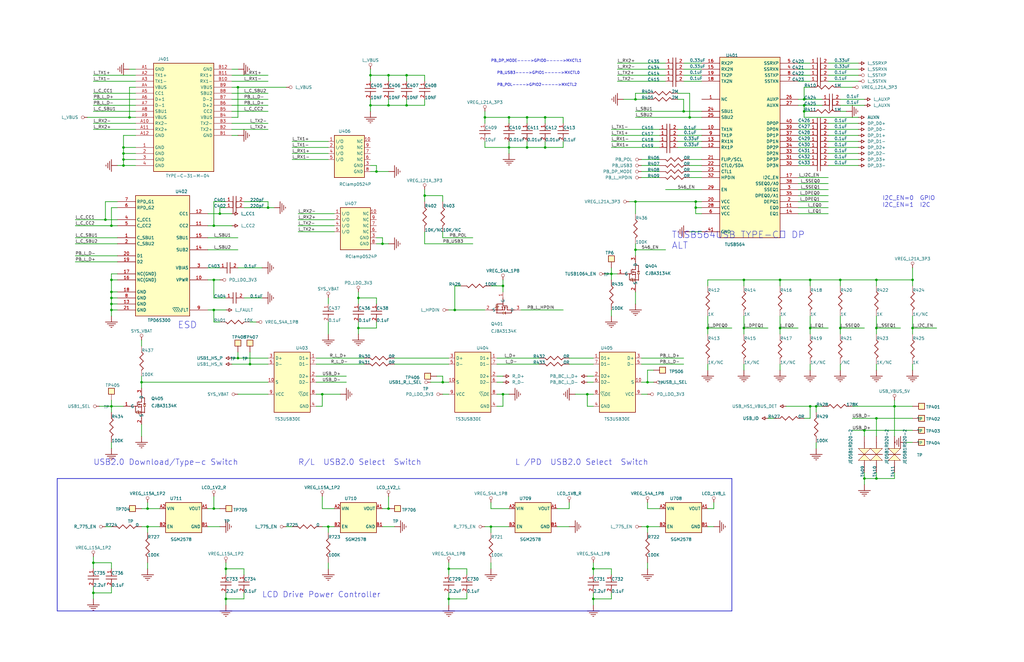
<source format=kicad_sch>
(kicad_sch (version 20211123) (generator eeschema)
  (paper "USLedger")
  (junction (at 267.97 41.91))
  (junction (at 46.99 95.25))
  (junction (at 62.23 214.63))
  (junction (at 100.33 36.83))
  (junction (at 189.23 252.73))
  (junction (at 250.19 252.73))
  (junction (at 52.07 69.85))
  (junction (at 214.63 62.23))
  (junction (at 354.33 118.11))
  (junction (at 369.57 201.93))
  (junction (at 267.97 105.41))
  (junction (at 171.45 31.75))
  (junction (at 44.45 92.71))
  (junction (at 214.63 49.53))
  (junction (at 354.33 138.43))
  (junction (at 369.57 176.53))
  (junction (at 151.13 138.43))
  (junction (at 171.45 44.45))
  (junction (at 113.03 87.63))
  (junction (at 344.17 171.45))
  (junction (at 156.21 44.45))
  (junction (at 46.99 125.73))
  (junction (at 369.57 118.11))
  (junction (at 52.07 67.31))
  (junction (at 377.19 171.45))
  (junction (at 384.81 118.11))
  (junction (at 189.23 240.03))
  (junction (at 229.87 49.53))
  (junction (at 369.57 138.43))
  (junction (at 179.07 82.55))
  (junction (at 328.93 138.43))
  (junction (at 156.21 31.75))
  (junction (at 341.63 138.43))
  (junction (at 364.49 201.93))
  (junction (at 229.87 62.23))
  (junction (at 163.83 44.45))
  (junction (at 161.29 102.87))
  (junction (at 339.09 46.99))
  (junction (at 90.17 214.63))
  (junction (at 105.41 153.67))
  (junction (at 288.29 46.99))
  (junction (at 247.65 166.37))
  (junction (at 298.45 138.43))
  (junction (at 46.99 118.11))
  (junction (at 212.09 166.37))
  (junction (at 222.25 62.23))
  (junction (at 100.33 151.13))
  (junction (at 95.25 252.73))
  (junction (at 39.37 237.49))
  (junction (at 158.75 72.39))
  (junction (at 204.47 49.53))
  (junction (at 267.97 85.09))
  (junction (at 250.19 240.03))
  (junction (at 290.83 49.53))
  (junction (at 257.81 115.57))
  (junction (at 222.25 49.53))
  (junction (at 163.83 214.63))
  (junction (at 273.05 222.25))
  (junction (at 135.89 166.37))
  (junction (at 328.93 118.11))
  (junction (at 293.37 85.09))
  (junction (at 59.69 161.29))
  (junction (at 163.83 31.75))
  (junction (at 207.01 222.25))
  (junction (at 138.43 222.25))
  (junction (at 54.61 49.53))
  (junction (at 46.99 128.27))
  (junction (at 273.05 161.29))
  (junction (at 191.77 130.81))
  (junction (at 341.63 118.11))
  (junction (at 151.13 125.73))
  (junction (at 46.99 123.19))
  (junction (at 313.69 138.43))
  (junction (at 95.25 240.03))
  (junction (at 384.81 138.43))
  (junction (at 339.09 41.91))
  (junction (at 46.99 171.45))
  (junction (at 186.69 161.29))
  (junction (at 341.63 171.45))
  (junction (at 92.71 90.17))
  (junction (at 62.23 222.25))
  (junction (at 90.17 118.11))
  (junction (at 339.09 44.45))
  (junction (at 52.07 64.77))
  (junction (at 52.07 62.23))
  (junction (at 364.49 181.61))
  (junction (at 90.17 130.81))
  (junction (at 90.17 95.25))
  (junction (at 313.69 118.11))
  (junction (at 39.37 250.19))
  (junction (at 46.99 130.81))
  (junction (at 212.09 120.65))
  (junction (at 293.37 87.63))
  (wire (pts (xy 156.21 44.45) (xy 163.83 44.45)) (stroke (width 0.254)))
  (wire (pts (xy 359.41 36.83) (xy 354.33 36.83)) (stroke (width 0.254)))
  (wire (pts (xy 349.25 77.47) (xy 336.55 77.47)) (stroke (width 0.254)))
  (wire (pts (xy 204.47 130.81) (xy 191.77 130.81)) (stroke (width 0.254)))
  (wire (pts (xy 240.03 214.63) (xy 240.03 212.09)) (stroke (width 0.254)))
  (wire (pts (xy 46.99 247.65) (xy 46.99 250.19)) (stroke (width 0.254)))
  (wire (pts (xy 90.17 214.63) (xy 92.71 214.63)) (stroke (width 0.254)))
  (wire (pts (xy 354.33 140.97) (xy 354.33 138.43)) (stroke (width 0.254)))
  (wire (pts (xy 46.99 189.23) (xy 46.99 186.69)) (stroke (width 0.254)))
  (wire (pts (xy 379.73 138.43) (xy 369.57 138.43)) (stroke (width 0.254)))
  (wire (pts (xy 212.09 161.29) (xy 209.55 161.29)) (stroke (width 0.254)))
  (wire (pts (xy 339.09 44.45) (xy 336.55 44.45)) (stroke (width 0.254)))
  (wire (pts (xy 229.87 62.23) (xy 222.25 62.23)) (stroke (width 0.254)))
  (wire (pts (xy 57.15 54.61) (xy 39.37 54.61)) (stroke (width 0.254)))
  (wire (pts (xy 298.45 214.63) (xy 300.99 214.63)) (stroke (width 0.254)))
  (wire (pts (xy 273.05 224.79) (xy 273.05 222.25)) (stroke (width 0.254)))
  (wire (pts (xy 361.95 64.77) (xy 349.25 64.77)) (stroke (width 0.254)))
  (wire (pts (xy 212.09 118.11) (xy 212.09 120.65)) (stroke (width 0.254)))
  (wire (pts (xy 135.89 166.37) (xy 133.35 166.37)) (stroke (width 0.254)))
  (wire (pts (xy 295.91 97.79) (xy 290.83 97.79)) (stroke (width 0.254)))
  (wire (pts (xy 354.33 138.43) (xy 354.33 133.35)) (stroke (width 0.254)))
  (wire (pts (xy 189.23 151.13) (xy 166.37 151.13)) (stroke (width 0.254)))
  (wire (pts (xy 46.99 87.63) (xy 46.99 95.25)) (stroke (width 0.254)))
  (wire (pts (xy 87.63 90.17) (xy 92.71 90.17)) (stroke (width 0.254)))
  (wire (pts (xy 138.43 240.03) (xy 138.43 237.49)) (stroke (width 0.254)))
  (wire (pts (xy 222.25 49.53) (xy 222.25 52.07)) (stroke (width 0.254)))
  (wire (pts (xy 95.25 240.03) (xy 95.25 237.49)) (stroke (width 0.254)))
  (wire (pts (xy 354.33 120.65) (xy 354.33 118.11)) (stroke (width 0.254)))
  (wire (pts (xy 49.53 102.87) (xy 31.75 102.87)) (stroke (width 0.254)))
  (wire (pts (xy 186.69 100.33) (xy 186.69 97.79)) (stroke (width 0.254)))
  (wire (pts (xy 46.99 171.45) (xy 41.91 171.45)) (stroke (width 0.254)))
  (wire (pts (xy 163.83 31.75) (xy 171.45 31.75)) (stroke (width 0.254)))
  (wire (pts (xy 39.37 252.73) (xy 39.37 250.19)) (stroke (width 0.254)))
  (wire (pts (xy 341.63 57.15) (xy 336.55 57.15)) (stroke (width 0.254)))
  (wire (pts (xy 52.07 69.85) (xy 57.15 69.85)) (stroke (width 0.254)))
  (wire (pts (xy 336.55 41.91) (xy 339.09 41.91)) (stroke (width 0.254)))
  (wire (pts (xy 207.01 222.25) (xy 214.63 222.25)) (stroke (width 0.254)))
  (wire (pts (xy 125.73 92.71) (xy 140.97 92.71)) (stroke (width 0.254)))
  (wire (pts (xy 46.99 118.11) (xy 49.53 118.11)) (stroke (width 0.254)))
  (wire (pts (xy 196.85 250.19) (xy 196.85 252.73)) (stroke (width 0.254)))
  (wire (pts (xy 59.69 184.15) (xy 59.69 179.07)) (stroke (width 0.254)))
  (wire (pts (xy 49.53 115.57) (xy 46.99 115.57)) (stroke (width 0.254)))
  (wire (pts (xy 39.37 250.19) (xy 39.37 247.65)) (stroke (width 0.254)))
  (wire (pts (xy 113.03 39.37) (xy 97.79 39.37)) (stroke (width 0.254)))
  (wire (pts (xy 59.69 146.05) (xy 59.69 143.51)) (stroke (width 0.254)))
  (wire (pts (xy 250.19 151.13) (xy 240.03 151.13)) (stroke (width 0.254)))
  (wire (pts (xy 125.73 90.17) (xy 140.97 90.17)) (stroke (width 0.254)))
  (wire (pts (xy 39.37 240.03) (xy 39.37 237.49)) (stroke (width 0.254)))
  (wire (pts (xy 356.87 46.99) (xy 354.33 46.99)) (stroke (width 0.254)))
  (wire (pts (xy 300.99 222.25) (xy 298.45 222.25)) (stroke (width 0.254)))
  (wire (pts (xy 95.25 87.63) (xy 92.71 87.63)) (stroke (width 0.254)))
  (wire (pts (xy 153.67 151.13) (xy 133.35 151.13)) (stroke (width 0.254)))
  (wire (pts (xy 196.85 240.03) (xy 189.23 240.03)) (stroke (width 0.254)))
  (wire (pts (xy 113.03 85.09) (xy 102.87 85.09)) (stroke (width 0.254)))
  (wire (pts (xy 361.95 57.15) (xy 349.25 57.15)) (stroke (width 0.254)))
  (wire (pts (xy 364.49 181.61) (xy 364.49 184.15)) (stroke (width 0.254)))
  (wire (pts (xy 349.25 82.55) (xy 336.55 82.55)) (stroke (width 0.254)))
  (wire (pts (xy 257.81 115.57) (xy 257.81 113.03)) (stroke (width 0.254)))
  (wire (pts (xy 179.07 82.55) (xy 179.07 80.01)) (stroke (width 0.254)))
  (wire (pts (xy 377.19 201.93) (xy 377.19 199.39)) (stroke (width 0.254)))
  (wire (pts (xy 267.97 49.53) (xy 290.83 49.53)) (stroke (width 0.254)))
  (wire (pts (xy 273.05 161.29) (xy 270.51 161.29)) (stroke (width 0.254)))
  (wire (pts (xy 135.89 166.37) (xy 135.89 171.45)) (stroke (width 0.254)))
  (wire (pts (xy 62.23 214.63) (xy 59.69 214.63)) (stroke (width 0.254)))
  (wire (pts (xy 100.33 36.83) (xy 97.79 36.83)) (stroke (width 0.254)))
  (wire (pts (xy 341.63 64.77) (xy 336.55 64.77)) (stroke (width 0.254)))
  (wire (pts (xy 171.45 34.29) (xy 171.45 31.75)) (stroke (width 0.254)))
  (wire (pts (xy 57.15 29.21) (xy 54.61 29.21)) (stroke (width 0.254)))
  (wire (pts (xy 113.03 34.29) (xy 97.79 34.29)) (stroke (width 0.254)))
  (wire (pts (xy 57.15 64.77) (xy 52.07 64.77)) (stroke (width 0.254)))
  (wire (pts (xy 100.33 36.83) (xy 100.33 49.53)) (stroke (width 0.254)))
  (wire (pts (xy 369.57 138.43) (xy 369.57 133.35)) (stroke (width 0.254)))
  (wire (pts (xy 295.91 31.75) (xy 288.29 31.75)) (stroke (width 0.254)))
  (wire (pts (xy 275.59 161.29) (xy 273.05 161.29)) (stroke (width 0.254)))
  (wire (pts (xy 46.99 95.25) (xy 49.53 95.25)) (stroke (width 0.254)))
  (wire (pts (xy 341.63 46.99) (xy 339.09 46.99)) (stroke (width 0.254)))
  (wire (pts (xy 102.87 240.03) (xy 95.25 240.03)) (stroke (width 0.254)))
  (wire (pts (xy 278.13 74.93) (xy 270.51 74.93)) (stroke (width 0.254)))
  (wire (pts (xy 300.99 214.63) (xy 300.99 212.09)) (stroke (width 0.254)))
  (wire (pts (xy 344.17 171.45) (xy 346.71 171.45)) (stroke (width 0.254)))
  (wire (pts (xy 156.21 34.29) (xy 156.21 31.75)) (stroke (width 0.254)))
  (wire (pts (xy 341.63 31.75) (xy 336.55 31.75)) (stroke (width 0.254)))
  (wire (pts (xy 250.19 242.57) (xy 250.19 240.03)) (stroke (width 0.254)))
  (wire (pts (xy 52.07 57.15) (xy 57.15 57.15)) (stroke (width 0.254)))
  (wire (pts (xy 138.43 222.25) (xy 135.89 222.25)) (stroke (width 0.254)))
  (wire (pts (xy 384.81 171.45) (xy 377.19 171.45)) (stroke (width 0.254)))
  (wire (pts (xy 151.13 125.73) (xy 151.13 123.19)) (stroke (width 0.254)))
  (wire (pts (xy 102.87 250.19) (xy 102.87 252.73)) (stroke (width 0.254)))
  (wire (pts (xy 52.07 62.23) (xy 57.15 62.23)) (stroke (width 0.254)))
  (wire (pts (xy 247.65 166.37) (xy 250.19 166.37)) (stroke (width 0.254)))
  (wire (pts (xy 267.97 85.09) (xy 267.97 90.17)) (stroke (width 0.254)))
  (wire (pts (xy 214.63 214.63) (xy 207.01 214.63)) (stroke (width 0.254)))
  (wire (pts (xy 49.53 87.63) (xy 46.99 87.63)) (stroke (width 0.254)))
  (wire (pts (xy 100.33 49.53) (xy 97.79 49.53)) (stroke (width 0.254)))
  (wire (pts (xy 298.45 138.43) (xy 298.45 133.35)) (stroke (width 0.254)))
  (wire (pts (xy 290.83 49.53) (xy 295.91 49.53)) (stroke (width 0.254)))
  (wire (pts (xy 344.17 173.99) (xy 344.17 171.45)) (stroke (width 0.254)))
  (wire (pts (xy 295.91 87.63) (xy 293.37 87.63)) (stroke (width 0.254)))
  (wire (pts (xy 234.95 214.63) (xy 240.03 214.63)) (stroke (width 0.254)))
  (wire (pts (xy 339.09 36.83) (xy 341.63 36.83)) (stroke (width 0.254)))
  (wire (pts (xy 227.33 151.13) (xy 209.55 151.13)) (stroke (width 0.254)))
  (wire (pts (xy 341.63 176.53) (xy 339.09 176.53)) (stroke (width 0.254)))
  (wire (pts (xy 214.63 49.53) (xy 204.47 49.53)) (stroke (width 0.254)))
  (wire (pts (xy 346.71 44.45) (xy 339.09 44.45)) (stroke (width 0.254)))
  (wire (pts (xy 189.23 153.67) (xy 166.37 153.67)) (stroke (width 0.254)))
  (wire (pts (xy 344.17 189.23) (xy 344.17 186.69)) (stroke (width 0.254)))
  (wire (pts (xy 57.15 44.45) (xy 39.37 44.45)) (stroke (width 0.254)))
  (wire (pts (xy 100.33 29.21) (xy 97.79 29.21)) (stroke (width 0.254)))
  (wire (pts (xy 95.25 85.09) (xy 90.17 85.09)) (stroke (width 0.254)))
  (wire (pts (xy 250.19 252.73) (xy 250.19 250.19)) (stroke (width 0.254)))
  (wire (pts (xy 298.45 120.65) (xy 298.45 118.11)) (stroke (width 0.254)))
  (wire (pts (xy 212.09 166.37) (xy 209.55 166.37)) (stroke (width 0.254)))
  (wire (pts (xy 135.89 171.45) (xy 133.35 171.45)) (stroke (width 0.254)))
  (wire (pts (xy 290.83 69.85) (xy 295.91 69.85)) (stroke (width 0.254)))
  (wire (pts (xy 278.13 54.61) (xy 257.81 54.61)) (stroke (width 0.254)))
  (wire (pts (xy 313.69 138.43) (xy 313.69 133.35)) (stroke (width 0.254)))
  (wire (pts (xy 341.63 69.85) (xy 336.55 69.85)) (stroke (width 0.254)))
  (wire (pts (xy 90.17 214.63) (xy 90.17 209.55)) (stroke (width 0.254)))
  (wire (pts (xy 384.81 138.43) (xy 384.81 133.35)) (stroke (width 0.254)))
  (wire (pts (xy 278.13 57.15) (xy 257.81 57.15)) (stroke (width 0.254)))
  (wire (pts (xy 46.99 125.73) (xy 46.99 123.19)) (stroke (width 0.254)))
  (wire (pts (xy 158.75 125.73) (xy 151.13 125.73)) (stroke (width 0.254)))
  (wire (pts (xy 313.69 156.21) (xy 313.69 153.67)) (stroke (width 0.254)))
  (wire (pts (xy 267.97 102.87) (xy 267.97 105.41)) (stroke (width 0.254)))
  (wire (pts (xy 341.63 118.11) (xy 341.63 120.65)) (stroke (width 0.254)))
  (wire (pts (xy 189.23 242.57) (xy 189.23 240.03)) (stroke (width 0.254)))
  (wire (pts (xy 328.93 140.97) (xy 328.93 138.43)) (stroke (width 0.254)))
  (wire (pts (xy 62.23 212.09) (xy 62.23 214.63)) (stroke (width 0.254)))
  (wire (pts (xy 290.83 72.39) (xy 295.91 72.39)) (stroke (width 0.254)))
  (polyline (pts (xy 308.61 201.93) (xy 308.61 257.81)) (stroke (width 0.254) (type solid)))
  (wire (pts (xy 158.75 128.27) (xy 158.75 125.73)) (stroke (width 0.254)))
  (wire (pts (xy 250.19 255.27) (xy 250.19 252.73)) (stroke (width 0.254)))
  (wire (pts (xy 49.53 125.73) (xy 46.99 125.73)) (stroke (width 0.254)))
  (wire (pts (xy 293.37 85.09) (xy 267.97 85.09)) (stroke (width 0.254)))
  (wire (pts (xy 295.91 29.21) (xy 288.29 29.21)) (stroke (width 0.254)))
  (wire (pts (xy 36.83 49.53) (xy 54.61 49.53)) (stroke (width 0.254)))
  (wire (pts (xy 290.83 39.37) (xy 285.75 39.37)) (stroke (width 0.254)))
  (wire (pts (xy 49.53 69.85) (xy 52.07 69.85)) (stroke (width 0.254)))
  (wire (pts (xy 290.83 49.53) (xy 290.83 39.37)) (stroke (width 0.254)))
  (wire (pts (xy 39.37 237.49) (xy 39.37 234.95)) (stroke (width 0.254)))
  (wire (pts (xy 189.23 240.03) (xy 189.23 237.49)) (stroke (width 0.254)))
  (wire (pts (xy 361.95 67.31) (xy 349.25 67.31)) (stroke (width 0.254)))
  (wire (pts (xy 295.91 85.09) (xy 293.37 85.09)) (stroke (width 0.254)))
  (wire (pts (xy 151.13 140.97) (xy 151.13 138.43)) (stroke (width 0.254)))
  (wire (pts (xy 46.99 133.35) (xy 46.99 130.81)) (stroke (width 0.254)))
  (wire (pts (xy 46.99 240.03) (xy 46.99 237.49)) (stroke (width 0.254)))
  (wire (pts (xy 250.19 158.75) (xy 247.65 158.75)) (stroke (width 0.254)))
  (wire (pts (xy 179.07 41.91) (xy 179.07 44.45)) (stroke (width 0.254)))
  (wire (pts (xy 275.59 156.21) (xy 273.05 156.21)) (stroke (width 0.254)))
  (wire (pts (xy 105.41 153.67) (xy 97.79 153.67)) (stroke (width 0.254)))
  (wire (pts (xy 250.19 153.67) (xy 240.03 153.67)) (stroke (width 0.254)))
  (wire (pts (xy 100.33 151.13) (xy 100.33 148.59)) (stroke (width 0.254)))
  (wire (pts (xy 120.65 36.83) (xy 100.33 36.83)) (stroke (width 0.254)))
  (wire (pts (xy 278.13 69.85) (xy 270.51 69.85)) (stroke (width 0.254)))
  (wire (pts (xy 341.63 62.23) (xy 336.55 62.23)) (stroke (width 0.254)))
  (wire (pts (xy 237.49 130.81) (xy 219.71 130.81)) (stroke (width 0.254)))
  (wire (pts (xy 207.01 214.63) (xy 207.01 212.09)) (stroke (width 0.254)))
  (wire (pts (xy 156.21 31.75) (xy 163.83 31.75)) (stroke (width 0.254)))
  (wire (pts (xy 105.41 153.67) (xy 105.41 148.59)) (stroke (width 0.254)))
  (wire (pts (xy 212.09 171.45) (xy 209.55 171.45)) (stroke (width 0.254)))
  (wire (pts (xy 339.09 41.91) (xy 339.09 36.83)) (stroke (width 0.254)))
  (wire (pts (xy 349.25 85.09) (xy 336.55 85.09)) (stroke (width 0.254)))
  (wire (pts (xy 214.63 62.23) (xy 214.63 59.69)) (stroke (width 0.254)))
  (wire (pts (xy 377.19 171.45) (xy 359.41 171.45)) (stroke (width 0.254)))
  (wire (pts (xy 295.91 59.69) (xy 285.75 59.69)) (stroke (width 0.254)))
  (wire (pts (xy 361.95 52.07) (xy 349.25 52.07)) (stroke (width 0.254)))
  (wire (pts (xy 46.99 128.27) (xy 46.99 130.81)) (stroke (width 0.254)))
  (wire (pts (xy 49.53 123.19) (xy 46.99 123.19)) (stroke (width 0.254)))
  (wire (pts (xy 102.87 252.73) (xy 95.25 252.73)) (stroke (width 0.254)))
  (wire (pts (xy 257.81 242.57) (xy 257.81 240.03)) (stroke (width 0.254)))
  (wire (pts (xy 341.63 140.97) (xy 341.63 138.43)) (stroke (width 0.254)))
  (wire (pts (xy 257.81 115.57) (xy 255.27 115.57)) (stroke (width 0.254)))
  (wire (pts (xy 273.05 240.03) (xy 273.05 237.49)) (stroke (width 0.254)))
  (wire (pts (xy 270.51 222.25) (xy 273.05 222.25)) (stroke (width 0.254)))
  (wire (pts (xy 290.83 67.31) (xy 295.91 67.31)) (stroke (width 0.254)))
  (wire (pts (xy 328.93 118.11) (xy 341.63 118.11)) (stroke (width 0.254)))
  (wire (pts (xy 171.45 31.75) (xy 179.07 31.75)) (stroke (width 0.254)))
  (wire (pts (xy 295.91 34.29) (xy 288.29 34.29)) (stroke (width 0.254)))
  (wire (pts (xy 92.71 222.25) (xy 87.63 222.25)) (stroke (width 0.254)))
  (wire (pts (xy 146.05 158.75) (xy 133.35 158.75)) (stroke (width 0.254)))
  (wire (pts (xy 46.99 115.57) (xy 46.99 118.11)) (stroke (width 0.254)))
  (wire (pts (xy 161.29 102.87) (xy 161.29 100.33)) (stroke (width 0.254)))
  (wire (pts (xy 369.57 118.11) (xy 384.81 118.11)) (stroke (width 0.254)))
  (wire (pts (xy 298.45 140.97) (xy 298.45 138.43)) (stroke (width 0.254)))
  (wire (pts (xy 361.95 69.85) (xy 349.25 69.85)) (stroke (width 0.254)))
  (wire (pts (xy 341.63 59.69) (xy 336.55 59.69)) (stroke (width 0.254)))
  (wire (pts (xy 278.13 59.69) (xy 257.81 59.69)) (stroke (width 0.254)))
  (wire (pts (xy 207.01 240.03) (xy 207.01 237.49)) (stroke (width 0.254)))
  (wire (pts (xy 151.13 138.43) (xy 158.75 138.43)) (stroke (width 0.254)))
  (wire (pts (xy 394.97 138.43) (xy 384.81 138.43)) (stroke (width 0.254)))
  (wire (pts (xy 267.97 39.37) (xy 267.97 41.91)) (stroke (width 0.254)))
  (wire (pts (xy 46.99 130.81) (xy 49.53 130.81)) (stroke (width 0.254)))
  (wire (pts (xy 336.55 138.43) (xy 328.93 138.43)) (stroke (width 0.254)))
  (wire (pts (xy 364.49 204.47) (xy 364.49 201.93)) (stroke (width 0.254)))
  (wire (pts (xy 242.57 166.37) (xy 247.65 166.37)) (stroke (width 0.254)))
  (wire (pts (xy 194.31 120.65) (xy 191.77 120.65)) (stroke (width 0.254)))
  (wire (pts (xy 163.83 34.29) (xy 163.83 31.75)) (stroke (width 0.254)))
  (wire (pts (xy 87.63 95.25) (xy 90.17 95.25)) (stroke (width 0.254)))
  (wire (pts (xy 52.07 67.31) (xy 57.15 67.31)) (stroke (width 0.254)))
  (wire (pts (xy 123.19 64.77) (xy 138.43 64.77)) (stroke (width 0.254)))
  (wire (pts (xy 161.29 100.33) (xy 158.75 100.33)) (stroke (width 0.254)))
  (wire (pts (xy 158.75 72.39) (xy 163.83 72.39)) (stroke (width 0.254)))
  (wire (pts (xy 222.25 49.53) (xy 214.63 49.53)) (stroke (width 0.254)))
  (wire (pts (xy 44.45 92.71) (xy 49.53 92.71)) (stroke (width 0.254)))
  (wire (pts (xy 46.99 125.73) (xy 46.99 128.27)) (stroke (width 0.254)))
  (wire (pts (xy 113.03 151.13) (xy 100.33 151.13)) (stroke (width 0.254)))
  (wire (pts (xy 62.23 240.03) (xy 62.23 237.49)) (stroke (width 0.254)))
  (wire (pts (xy 95.25 125.73) (xy 90.17 125.73)) (stroke (width 0.254)))
  (wire (pts (xy 369.57 156.21) (xy 369.57 153.67)) (stroke (width 0.254)))
  (wire (pts (xy 95.25 255.27) (xy 95.25 252.73)) (stroke (width 0.254)))
  (wire (pts (xy 384.81 140.97) (xy 384.81 138.43)) (stroke (width 0.254)))
  (wire (pts (xy 186.69 85.09) (xy 186.69 82.55)) (stroke (width 0.254)))
  (wire (pts (xy 46.99 237.49) (xy 39.37 237.49)) (stroke (width 0.254)))
  (wire (pts (xy 364.49 44.45) (xy 354.33 44.45)) (stroke (width 0.254)))
  (wire (pts (xy 369.57 118.11) (xy 354.33 118.11)) (stroke (width 0.254)))
  (wire (pts (xy 237.49 49.53) (xy 229.87 49.53)) (stroke (width 0.254)))
  (wire (pts (xy 349.25 74.93) (xy 336.55 74.93)) (stroke (width 0.254)))
  (wire (pts (xy 138.43 222.25) (xy 138.43 224.79)) (stroke (width 0.254)))
  (wire (pts (xy 341.63 138.43) (xy 341.63 133.35)) (stroke (width 0.254)))
  (wire (pts (xy 107.95 135.89) (xy 105.41 135.89)) (stroke (width 0.254)))
  (wire (pts (xy 57.15 39.37) (xy 39.37 39.37)) (stroke (width 0.254)))
  (wire (pts (xy 158.75 138.43) (xy 158.75 135.89)) (stroke (width 0.254)))
  (wire (pts (xy 273.05 41.91) (xy 267.97 41.91)) (stroke (width 0.254)))
  (wire (pts (xy 153.67 153.67) (xy 133.35 153.67)) (stroke (width 0.254)))
  (wire (pts (xy 189.23 252.73) (xy 189.23 250.19)) (stroke (width 0.254)))
  (wire (pts (xy 140.97 222.25) (xy 138.43 222.25)) (stroke (width 0.254)))
  (wire (pts (xy 151.13 138.43) (xy 151.13 135.89)) (stroke (width 0.254)))
  (wire (pts (xy 295.91 62.23) (xy 285.75 62.23)) (stroke (width 0.254)))
  (wire (pts (xy 46.99 123.19) (xy 46.99 118.11)) (stroke (width 0.254)))
  (wire (pts (xy 161.29 214.63) (xy 163.83 214.63)) (stroke (width 0.254)))
  (wire (pts (xy 204.47 59.69) (xy 204.47 62.23)) (stroke (width 0.254)))
  (wire (pts (xy 207.01 224.79) (xy 207.01 222.25)) (stroke (width 0.254)))
  (wire (pts (xy 166.37 222.25) (xy 161.29 222.25)) (stroke (width 0.254)))
  (wire (pts (xy 293.37 87.63) (xy 293.37 90.17)) (stroke (width 0.254)))
  (wire (pts (xy 212.09 158.75) (xy 209.55 158.75)) (stroke (width 0.254)))
  (wire (pts (xy 339.09 49.53) (xy 361.95 49.53)) (stroke (width 0.254)))
  (wire (pts (xy 212.09 123.19) (xy 212.09 120.65)) (stroke (width 0.254)))
  (wire (pts (xy 361.95 62.23) (xy 349.25 62.23)) (stroke (width 0.254)))
  (wire (pts (xy 158.75 72.39) (xy 158.75 69.85)) (stroke (width 0.254)))
  (wire (pts (xy 361.95 29.21) (xy 349.25 29.21)) (stroke (width 0.254)))
  (wire (pts (xy 369.57 201.93) (xy 369.57 199.39)) (stroke (width 0.254)))
  (wire (pts (xy 57.15 31.75) (xy 39.37 31.75)) (stroke (width 0.254)))
  (wire (pts (xy 204.47 52.07) (xy 204.47 49.53)) (stroke (width 0.254)))
  (wire (pts (xy 113.03 161.29) (xy 59.69 161.29)) (stroke (width 0.254)))
  (wire (pts (xy 44.45 85.09) (xy 44.45 92.71)) (stroke (width 0.254)))
  (wire (pts (xy 273.05 156.21) (xy 273.05 161.29)) (stroke (width 0.254)))
  (wire (pts (xy 339.09 44.45) (xy 339.09 46.99)) (stroke (width 0.254)))
  (wire (pts (xy 361.95 59.69) (xy 349.25 59.69)) (stroke (width 0.254)))
  (wire (pts (xy 102.87 242.57) (xy 102.87 240.03)) (stroke (width 0.254)))
  (wire (pts (xy 113.03 46.99) (xy 97.79 46.99)) (stroke (width 0.254)))
  (wire (pts (xy 125.73 97.79) (xy 140.97 97.79)) (stroke (width 0.254)))
  (wire (pts (xy 179.07 85.09) (xy 179.07 82.55)) (stroke (width 0.254)))
  (wire (pts (xy 113.03 41.91) (xy 97.79 41.91)) (stroke (width 0.254)))
  (wire (pts (xy 369.57 140.97) (xy 369.57 138.43)) (stroke (width 0.254)))
  (wire (pts (xy 52.07 67.31) (xy 52.07 64.77)) (stroke (width 0.254)))
  (wire (pts (xy 257.81 118.11) (xy 257.81 115.57)) (stroke (width 0.254)))
  (wire (pts (xy 341.63 52.07) (xy 336.55 52.07)) (stroke (width 0.254)))
  (wire (pts (xy 191.77 130.81) (xy 189.23 130.81)) (stroke (width 0.254)))
  (wire (pts (xy 46.99 173.99) (xy 46.99 171.45)) (stroke (width 0.254)))
  (wire (pts (xy 52.07 69.85) (xy 52.07 67.31)) (stroke (width 0.254)))
  (wire (pts (xy 212.09 120.65) (xy 207.01 120.65)) (stroke (width 0.254)))
  (wire (pts (xy 113.03 52.07) (xy 97.79 52.07)) (stroke (width 0.254)))
  (wire (pts (xy 247.65 171.45) (xy 247.65 166.37)) (stroke (width 0.254)))
  (wire (pts (xy 100.33 151.13) (xy 97.79 151.13)) (stroke (width 0.254)))
  (wire (pts (xy 100.33 57.15) (xy 97.79 57.15)) (stroke (width 0.254)))
  (wire (pts (xy 328.93 138.43) (xy 328.93 133.35)) (stroke (width 0.254)))
  (wire (pts (xy 214.63 62.23) (xy 222.25 62.23)) (stroke (width 0.254)))
  (wire (pts (xy 189.23 161.29) (xy 186.69 161.29)) (stroke (width 0.254)))
  (wire (pts (xy 369.57 201.93) (xy 377.19 201.93)) (stroke (width 0.254)))
  (wire (pts (xy 156.21 46.99) (xy 156.21 44.45)) (stroke (width 0.254)))
  (wire (pts (xy 298.45 156.21) (xy 298.45 153.67)) (stroke (width 0.254)))
  (wire (pts (xy 113.03 166.37) (xy 100.33 166.37)) (stroke (width 0.254)))
  (wire (pts (xy 288.29 153.67) (xy 270.51 153.67)) (stroke (width 0.254)))
  (wire (pts (xy 57.15 41.91) (xy 39.37 41.91)) (stroke (width 0.254)))
  (wire (pts (xy 199.39 100.33) (xy 186.69 100.33)) (stroke (width 0.254)))
  (wire (pts (xy 52.07 171.45) (xy 46.99 171.45)) (stroke (width 0.254)))
  (wire (pts (xy 361.95 34.29) (xy 349.25 34.29)) (stroke (width 0.254)))
  (wire (pts (xy 113.03 54.61) (xy 97.79 54.61)) (stroke (width 0.254)))
  (wire (pts (xy 273.05 214.63) (xy 273.05 212.09)) (stroke (width 0.254)))
  (wire (pts (xy 364.49 138.43) (xy 354.33 138.43)) (stroke (width 0.254)))
  (wire (pts (xy 179.07 31.75) (xy 179.07 34.29)) (stroke (width 0.254)))
  (wire (pts (xy 31.75 95.25) (xy 46.99 95.25)) (stroke (width 0.254)))
  (wire (pts (xy 313.69 120.65) (xy 313.69 118.11)) (stroke (width 0.254)))
  (wire (pts (xy 138.43 128.27) (xy 138.43 125.73)) (stroke (width 0.254)))
  (wire (pts (xy 364.49 201.93) (xy 369.57 201.93)) (stroke (width 0.254)))
  (wire (pts (xy 384.81 186.69) (xy 382.27 186.69)) (stroke (width 0.254)))
  (wire (pts (xy 313.69 118.11) (xy 328.93 118.11)) (stroke (width 0.254)))
  (wire (pts (xy 288.29 151.13) (xy 270.51 151.13)) (stroke (width 0.254)))
  (wire (pts (xy 161.29 102.87) (xy 163.83 102.87)) (stroke (width 0.254)))
  (wire (pts (xy 113.03 87.63) (xy 113.03 85.09)) (stroke (width 0.254)))
  (wire (pts (xy 267.97 41.91) (xy 262.89 41.91)) (stroke (width 0.254)))
  (wire (pts (xy 123.19 222.25) (xy 120.65 222.25)) (stroke (width 0.254)))
  (wire (pts (xy 90.17 125.73) (xy 90.17 118.11)) (stroke (width 0.254)))
  (polyline (pts (xy 308.61 201.93) (xy 24.13 201.93)) (stroke (width 0.254) (type solid)))
  (wire (pts (xy 328.93 120.65) (xy 328.93 118.11)) (stroke (width 0.254)))
  (wire (pts (xy 341.63 26.67) (xy 336.55 26.67)) (stroke (width 0.254)))
  (wire (pts (xy 186.69 161.29) (xy 186.69 158.75)) (stroke (width 0.254)))
  (wire (pts (xy 361.95 54.61) (xy 349.25 54.61)) (stroke (width 0.254)))
  (wire (pts (xy 341.63 29.21) (xy 336.55 29.21)) (stroke (width 0.254)))
  (wire (pts (xy 290.83 74.93) (xy 295.91 74.93)) (stroke (width 0.254)))
  (wire (pts (xy 341.63 67.31) (xy 336.55 67.31)) (stroke (width 0.254)))
  (wire (pts (xy 196.85 242.57) (xy 196.85 240.03)) (stroke (width 0.254)))
  (wire (pts (xy 229.87 49.53) (xy 222.25 49.53)) (stroke (width 0.254)))
  (wire (pts (xy 288.29 26.67) (xy 295.91 26.67)) (stroke (width 0.254)))
  (wire (pts (xy 138.43 140.97) (xy 138.43 135.89)) (stroke (width 0.254)))
  (wire (pts (xy 52.07 64.77) (xy 52.07 62.23)) (stroke (width 0.254)))
  (wire (pts (xy 67.31 222.25) (xy 62.23 222.25)) (stroke (width 0.254)))
  (wire (pts (xy 46.99 171.45) (xy 46.99 168.91)) (stroke (width 0.254)))
  (wire (pts (xy 288.29 46.99) (xy 288.29 41.91)) (stroke (width 0.254)))
  (wire (pts (xy 341.63 156.21) (xy 341.63 153.67)) (stroke (width 0.254)))
  (wire (pts (xy 384.81 120.65) (xy 384.81 118.11)) (stroke (width 0.254)))
  (wire (pts (xy 113.03 31.75) (xy 97.79 31.75)) (stroke (width 0.254)))
  (wire (pts (xy 295.91 54.61) (xy 285.75 54.61)) (stroke (width 0.254)))
  (wire (pts (xy 123.19 62.23) (xy 138.43 62.23)) (stroke (width 0.254)))
  (wire (pts (xy 140.97 214.63) (xy 135.89 214.63)) (stroke (width 0.254)))
  (wire (pts (xy 349.25 90.17) (xy 336.55 90.17)) (stroke (width 0.254)))
  (wire (pts (xy 163.83 214.63) (xy 163.83 209.55)) (stroke (width 0.254)))
  (wire (pts (xy 95.25 252.73) (xy 95.25 250.19)) (stroke (width 0.254)))
  (wire (pts (xy 323.85 138.43) (xy 313.69 138.43)) (stroke (width 0.254)))
  (wire (pts (xy 54.61 36.83) (xy 54.61 49.53)) (stroke (width 0.254)))
  (wire (pts (xy 52.07 62.23) (xy 52.07 57.15)) (stroke (width 0.254)))
  (wire (pts (xy 49.53 107.95) (xy 31.75 107.95)) (stroke (width 0.254)))
  (wire (pts (xy 92.71 90.17) (xy 97.79 90.17)) (stroke (width 0.254)))
  (wire (pts (xy 204.47 62.23) (xy 214.63 62.23)) (stroke (width 0.254)))
  (wire (pts (xy 361.95 26.67) (xy 349.25 26.67)) (stroke (width 0.254)))
  (wire (pts (xy 87.63 214.63) (xy 90.17 214.63)) (stroke (width 0.254)))
  (wire (pts (xy 191.77 120.65) (xy 191.77 130.81)) (stroke (width 0.254)))
  (wire (pts (xy 273.05 166.37) (xy 270.51 166.37)) (stroke (width 0.254)))
  (wire (pts (xy 90.17 85.09) (xy 90.17 95.25)) (stroke (width 0.254)))
  (wire (pts (xy 229.87 62.23) (xy 229.87 59.69)) (stroke (width 0.254)))
  (wire (pts (xy 280.67 34.29) (xy 260.35 34.29)) (stroke (width 0.254)))
  (wire (pts (xy 354.33 118.11) (xy 341.63 118.11)) (stroke (width 0.254)))
  (wire (pts (xy 227.33 153.67) (xy 209.55 153.67)) (stroke (width 0.254)))
  (wire (pts (xy 156.21 72.39) (xy 158.75 72.39)) (stroke (width 0.254)))
  (wire (pts (xy 229.87 52.07) (xy 229.87 49.53)) (stroke (width 0.254)))
  (wire (pts (xy 328.93 156.21) (xy 328.93 153.67)) (stroke (width 0.254)))
  (wire (pts (xy 146.05 161.29) (xy 133.35 161.29)) (stroke (width 0.254)))
  (wire (pts (xy 237.49 62.23) (xy 229.87 62.23)) (stroke (width 0.254)))
  (wire (pts (xy 250.19 240.03) (xy 250.19 237.49)) (stroke (width 0.254)))
  (wire (pts (xy 384.81 181.61) (xy 364.49 181.61)) (stroke (width 0.254)))
  (wire (pts (xy 92.71 87.63) (xy 92.71 90.17)) (stroke (width 0.254)))
  (wire (pts (xy 326.39 176.53) (xy 323.85 176.53)) (stroke (width 0.254)))
  (wire (pts (xy 62.23 222.25) (xy 59.69 222.25)) (stroke (width 0.254)))
  (wire (pts (xy 46.99 250.19) (xy 39.37 250.19)) (stroke (width 0.254)))
  (wire (pts (xy 369.57 176.53) (xy 369.57 184.15)) (stroke (width 0.254)))
  (wire (pts (xy 369.57 120.65) (xy 369.57 118.11)) (stroke (width 0.254)))
  (wire (pts (xy 377.19 184.15) (xy 377.19 171.45)) (stroke (width 0.254)))
  (wire (pts (xy 90.17 118.11) (xy 92.71 118.11)) (stroke (width 0.254)))
  (wire (pts (xy 293.37 90.17) (xy 295.91 90.17)) (stroke (width 0.254)))
  (wire (pts (xy 349.25 87.63) (xy 336.55 87.63)) (stroke (width 0.254)))
  (wire (pts (xy 257.81 133.35) (xy 257.81 130.81)) (stroke (width 0.254)))
  (wire (pts (xy 186.69 158.75) (xy 184.15 158.75)) (stroke (width 0.254)))
  (wire (pts (xy 344.17 171.45) (xy 341.63 171.45)) (stroke (width 0.254)))
  (wire (pts (xy 280.67 31.75) (xy 260.35 31.75)) (stroke (width 0.254)))
  (wire (pts (xy 100.33 100.33) (xy 87.63 100.33)) (stroke (width 0.254)))
  (wire (pts (xy 49.53 85.09) (xy 44.45 85.09)) (stroke (width 0.254)))
  (wire (pts (xy 158.75 102.87) (xy 161.29 102.87)) (stroke (width 0.254)))
  (wire (pts (xy 113.03 87.63) (xy 115.57 87.63)) (stroke (width 0.254)))
  (wire (pts (xy 123.19 67.31) (xy 138.43 67.31)) (stroke (width 0.254)))
  (wire (pts (xy 278.13 72.39) (xy 270.51 72.39)) (stroke (width 0.254)))
  (wire (pts (xy 369.57 176.53) (xy 359.41 176.53)) (stroke (width 0.254)))
  (wire (pts (xy 214.63 49.53) (xy 214.63 52.07)) (stroke (width 0.254)))
  (wire (pts (xy 278.13 214.63) (xy 273.05 214.63)) (stroke (width 0.254)))
  (wire (pts (xy 354.33 156.21) (xy 354.33 153.67)) (stroke (width 0.254)))
  (wire (pts (xy 156.21 44.45) (xy 156.21 41.91)) (stroke (width 0.254)))
  (wire (pts (xy 288.29 41.91) (xy 285.75 41.91)) (stroke (width 0.254)))
  (wire (pts (xy 267.97 85.09) (xy 265.43 85.09)) (stroke (width 0.254)))
  (wire (pts (xy 267.97 105.41) (xy 280.67 105.41)) (stroke (width 0.254)))
  (wire (pts (xy 295.91 57.15) (xy 285.75 57.15)) (stroke (width 0.254)))
  (wire (pts (xy 171.45 44.45) (xy 171.45 41.91)) (stroke (width 0.254)))
  (wire (pts (xy 204.47 222.25) (xy 207.01 222.25)) (stroke (width 0.254)))
  (wire (pts (xy 278.13 67.31) (xy 270.51 67.31)) (stroke (width 0.254)))
  (wire (pts (xy 54.61 49.53) (xy 57.15 49.53)) (stroke (width 0.254)))
  (wire (pts (xy 273.05 39.37) (xy 267.97 39.37)) (stroke (width 0.254)))
  (wire (pts (xy 62.23 222.25) (xy 62.23 224.79)) (stroke (width 0.254)))
  (wire (pts (xy 181.61 161.29) (xy 186.69 161.29)) (stroke (width 0.254)))
  (wire (pts (xy 341.63 34.29) (xy 336.55 34.29)) (stroke (width 0.254)))
  (wire (pts (xy 257.81 252.73) (xy 250.19 252.73)) (stroke (width 0.254)))
  (wire (pts (xy 250.19 161.29) (xy 247.65 161.29)) (stroke (width 0.254)))
  (wire (pts (xy 31.75 92.71) (xy 44.45 92.71)) (stroke (width 0.254)))
  (polyline (pts (xy 24.13 257.81) (xy 24.13 201.93)) (stroke (width 0.254) (type solid)))
  (polyline (pts (xy 24.13 257.81) (xy 308.61 257.81)) (stroke (width 0.254) (type solid)))
  (wire (pts (xy 151.13 125.73) (xy 151.13 128.27)) (stroke (width 0.254)))
  (wire (pts (xy 49.53 110.49) (xy 31.75 110.49)) (stroke (width 0.254)))
  (wire (pts (xy 339.09 46.99) (xy 339.09 49.53)) (stroke (width 0.254)))
  (wire (pts (xy 163.83 44.45) (xy 163.83 41.91)) (stroke (width 0.254)))
  (wire (pts (xy 384.81 176.53) (xy 369.57 176.53)) (stroke (width 0.254)))
  (wire (pts (xy 267.97 46.99) (xy 288.29 46.99)) (stroke (width 0.254)))
  (wire (pts (xy 313.69 140.97) (xy 313.69 138.43)) (stroke (width 0.254)))
  (wire (pts (xy 278.13 62.23) (xy 257.81 62.23)) (stroke (width 0.254)))
  (wire (pts (xy 257.81 240.03) (xy 250.19 240.03)) (stroke (width 0.254)))
  (wire (pts (xy 87.63 118.11) (xy 90.17 118.11)) (stroke (width 0.254)))
  (wire (pts (xy 295.91 80.01) (xy 280.67 80.01)) (stroke (width 0.254)))
  (wire (pts (xy 95.25 242.57) (xy 95.25 240.03)) (stroke (width 0.254)))
  (wire (pts (xy 135.89 214.63) (xy 135.89 209.55)) (stroke (width 0.254)))
  (wire (pts (xy 339.09 41.91) (xy 346.71 41.91)) (stroke (width 0.254)))
  (wire (pts (xy 214.63 166.37) (xy 212.09 166.37)) (stroke (width 0.254)))
  (wire (pts (xy 90.17 130.81) (xy 95.25 130.81)) (stroke (width 0.254)))
  (wire (pts (xy 189.23 166.37) (xy 186.69 166.37)) (stroke (width 0.254)))
  (wire (pts (xy 90.17 135.89) (xy 90.17 130.81)) (stroke (width 0.254)))
  (wire (pts (xy 298.45 118.11) (xy 313.69 118.11)) (stroke (width 0.254)))
  (wire (pts (xy 293.37 87.63) (xy 293.37 85.09)) (stroke (width 0.254)))
  (wire (pts (xy 102.87 87.63) (xy 113.03 87.63)) (stroke (width 0.254)))
  (wire (pts (xy 57.15 34.29) (xy 39.37 34.29)) (stroke (width 0.254)))
  (wire (pts (xy 240.03 222.25) (xy 234.95 222.25)) (stroke (width 0.254)))
  (wire (pts (xy 179.07 44.45) (xy 171.45 44.45)) (stroke (width 0.254)))
  (wire (pts (xy 49.53 100.33) (xy 31.75 100.33)) (stroke (width 0.254)))
  (wire (pts (xy 125.73 95.25) (xy 140.97 95.25)) (stroke (width 0.254)))
  (wire (pts (xy 341.63 54.61) (xy 336.55 54.61)) (stroke (width 0.254)))
  (wire (pts (xy 377.19 171.45) (xy 377.19 168.91)) (stroke (width 0.254)))
  (wire (pts (xy 308.61 138.43) (xy 298.45 138.43)) (stroke (width 0.254)))
  (wire (pts (xy 186.69 82.55) (xy 179.07 82.55)) (stroke (width 0.254)))
  (wire (pts (xy 288.29 46.99) (xy 295.91 46.99)) (stroke (width 0.254)))
  (wire (pts (xy 110.49 113.03) (xy 100.33 113.03)) (stroke (width 0.254)))
  (wire (pts (xy 196.85 252.73) (xy 189.23 252.73)) (stroke (width 0.254)))
  (wire (pts (xy 189.23 255.27) (xy 189.23 252.73)) (stroke (width 0.254)))
  (wire (pts (xy 384.81 156.21) (xy 384.81 153.67)) (stroke (width 0.254)))
  (wire (pts (xy 204.47 49.53) (xy 204.47 46.99)) (stroke (width 0.254)))
  (wire (pts (xy 222.25 62.23) (xy 222.25 59.69)) (stroke (width 0.254)))
  (wire (pts (xy 267.97 105.41) (xy 267.97 107.95)) (stroke (width 0.254)))
  (wire (pts (xy 341.63 171.45) (xy 341.63 176.53)) (stroke (width 0.254)))
  (wire (pts (xy 59.69 161.29) (xy 59.69 158.75)) (stroke (width 0.254)))
  (wire (pts (xy 364.49 201.93) (xy 364.49 199.39)) (stroke (width 0.254)))
  (wire (pts (xy 59.69 161.29) (xy 59.69 163.83)) (stroke (width 0.254)))
  (wire (pts (xy 260.35 115.57) (xy 257.81 115.57)) (stroke (width 0.254)))
  (wire (pts (xy 267.97 128.27) (xy 267.97 123.19)) (stroke (width 0.254)))
  (wire (pts (xy 110.49 125.73) (xy 102.87 125.73)) (stroke (width 0.254)))
  (wire (pts (xy 90.17 95.25) (xy 97.79 95.25)) (stroke (width 0.254)))
  (wire (pts (xy 257.81 250.19) (xy 257.81 252.73)) (stroke (width 0.254)))
  (wire (pts (xy 280.67 29.21) (xy 260.35 29.21)) (stroke (width 0.254)))
  (wire (pts (xy 349.25 80.01) (xy 336.55 80.01)) (stroke (width 0.254)))
  (wire (pts (xy 384.81 118.11) (xy 384.81 113.03)) (stroke (width 0.254)))
  (wire (pts (xy 158.75 69.85) (xy 156.21 69.85)) (stroke (width 0.254)))
  (wire (pts (xy 57.15 36.83) (xy 54.61 36.83)) (stroke (width 0.254)))
  (wire (pts (xy 113.03 44.45) (xy 97.79 44.45)) (stroke (width 0.254)))
  (wire (pts (xy 364.49 41.91) (xy 354.33 41.91)) (stroke (width 0.254)))
  (wire (pts (xy 341.63 171.45) (xy 331.47 171.45)) (stroke (width 0.254)))
  (wire (pts (xy 92.71 113.03) (xy 87.63 113.03)) (stroke (width 0.254)))
  (wire (pts (xy 237.49 52.07) (xy 237.49 49.53)) (stroke (width 0.254)))
  (wire (pts (xy 87.63 130.81) (xy 90.17 130.81)) (stroke (width 0.254)))
  (wire (pts (xy 113.03 153.67) (xy 105.41 153.67)) (stroke (width 0.254)))
  (wire (pts (xy 273.05 222.25) (xy 278.13 222.25)) (stroke (width 0.254)))
  (wire (pts (xy 100.33 105.41) (xy 87.63 105.41)) (stroke (width 0.254)))
  (wire (pts (xy 212.09 166.37) (xy 212.09 171.45)) (stroke (width 0.254)))
  (wire (pts (xy 49.53 128.27) (xy 46.99 128.27)) (stroke (width 0.254)))
  (wire (pts (xy 361.95 31.75) (xy 349.25 31.75)) (stroke (width 0.254)))
  (wire (pts (xy 171.45 44.45) (xy 163.83 44.45)) (stroke (width 0.254)))
  (wire (pts (xy 143.51 166.37) (xy 135.89 166.37)) (stroke (width 0.254)))
  (wire (pts (xy 46.99 222.25) (xy 44.45 222.25)) (stroke (width 0.254)))
  (wire (pts (xy 57.15 46.99) (xy 39.37 46.99)) (stroke (width 0.254)))
  (wire (pts (xy 214.63 64.77) (xy 214.63 62.23)) (stroke (width 0.254)))
  (wire (pts (xy 349.25 138.43) (xy 341.63 138.43)) (stroke (width 0.254)))
  (wire (pts (xy 364.49 181.61) (xy 359.41 181.61)) (stroke (width 0.254)))
  (wire (pts (xy 67.31 214.63) (xy 62.23 214.63)) (stroke (width 0.254)))
  (wire (pts (xy 199.39 102.87) (xy 179.07 102.87)) (stroke (width 0.254)))
  (wire (pts (xy 250.19 171.45) (xy 247.65 171.45)) (stroke (width 0.254)))
  (wire (pts (xy 280.67 26.67) (xy 260.35 26.67)) (stroke (width 0.254)))
  (wire (pts (xy 123.19 59.69) (xy 138.43 59.69)) (stroke (width 0.254)))
  (wire (pts (xy 92.71 135.89) (xy 90.17 135.89)) (stroke (width 0.254)))
  (wire (pts (xy 179.07 102.87) (xy 179.07 97.79)) (stroke (width 0.254)))
  (wire (pts (xy 237.49 59.69) (xy 237.49 62.23)) (stroke (width 0.254)))
  (wire (pts (xy 156.21 31.75) (xy 156.21 29.21)) (stroke (width 0.254)))
  (wire (pts (xy 57.15 52.07) (xy 39.37 52.07)) (stroke (width 0.254)))
  (text "LCD Drive Power Controller" (at 110.49 252.476 180) (effects (font (size 2.413 2.413)) (justify left bottom)))
  (text "TUSB564USB TYPE-C™ DP \nALT" (at 283.21 105.41 0) (effects (font (size 2.794 2.794)) (justify left bottom)))
  (text "R/L  USB2.0 Select  Switch" (at 125.73 196.596 180) (effects (font (size 2.413 2.413)) (justify left bottom)))
  (text "PB_DP_MODE---->GPIO0----->MXCTL1" (at 207.01 26.416 180) (effects (font (size 1.143 1.143)) (justify left bottom)))
  (text "L /PD  USB2.0 Select  Switch" (at 217.17 196.596 180) (effects (font (size 2.413 2.413)) (justify left bottom)))
  (text "PB_POL---->GPIO2----->MXCTL2" (at 209.55 36.576 180) (effects (font (size 1.143 1.143)) (justify left bottom)))
  (text "USB2.0 Download/Type-c Switch" (at 39.37 196.596 180) (effects (font (size 2.413 2.413)) (justify left bottom)))
  (text "ESD" (at 74.93 138.938 180) (effects (font (size 2.794 2.794)) (justify left bottom)))
  (text "I2C_EN=0  GPIO\nI2C_EN=1  I2C" (at 372.11 87.63 0) (effects (font (size 1.778 1.778)) (justify left bottom)))
  (text "PB_USB3---->GPIO1----->MXCTL0" (at 209.55 31.496 180) (effects (font (size 1.143 1.143)) (justify left bottom)))
  (label "L_C_SBU2" (at 102.87 39.37 0))
  (label "L_C_SBU2" (at 31.75 102.87 0))
  (label "USB_D-" (at 359.41 176.53 0))
  (label "L_C_CC1" (at 31.75 92.71 0))
  (label "L_EQ1" (at 340.614 90.17 0))
  (label "R_L_D-" (at 139.446 153.67 0))
  (label "L_RX2-" (at 125.73 90.17 0))
  (label "L_C_SBU1" (at 39.37 46.99 0))
  (label "L_RX1-" (at 123.19 67.31 0))
  (label "L_RX2+" (at 260.35 26.67 0))
  (label "546_EN" (at 285.75 80.01 0))
  (label "L_TX2+" (at 125.73 97.79 0))
  (label "USB_D+" (at 359.41 181.61 0))
  (label "PB_POL" (at 189.484 100.33 0))
  (label "L_TX2+" (at 260.35 31.75 0))
  (label "L_RX1-" (at 257.81 59.69 0))
  (label "L_C_CC2" (at 31.75 95.25 0))
  (label "L_RX2-" (at 260.35 29.21 0))
  (label "PB_L_HPDIN" (at 222.25 130.81 0))
  (label "L_TX2+" (at 105.41 54.61 0))
  (label "PB_L_D+" (at 31.75 110.49 0))
  (label "546_EN" (at 270.51 105.41 0))
  (label "L_I2C_EN" (at 384.81 138.43 0))
  (label "L_SSEQ1" (at 369.57 138.43 0))
  (label "L_SBU1" (at 267.97 46.99 0))
  (label "L_RX2-" (at 39.37 52.07 0))
  (label "L_RX1+" (at 102.87 31.75 0))
  (label "USB_D-" (at 135.89 161.29 0))
  (label "L_SSEQ0" (at 337.566 77.47 0))
  (label "L_TX2-" (at 260.35 34.29 0))
  (label "PB_L_D+" (at 39.37 41.91 0))
  (label "PB_USB3" (at 186.69 102.87 0))
  (label "L_RX2+" (at 39.37 54.61 0))
  (label "L_C_SBU1" (at 31.75 100.33 0))
  (label "L_TX2-" (at 125.73 95.25 0))
  (label "L_DPEQ1" (at 337.312 85.09 0))
  (label "PB_L_D-" (at 278.13 153.67 0))
  (label "L_RX2+" (at 125.73 92.71 0))
  (label "L_TX1-" (at 39.37 34.29 0))
  (label "L_C_CC2" (at 102.87 46.99 0))
  (label "L_TX1+" (at 39.37 31.75 0))
  (label "PB_L_D-" (at 31.75 107.95 0))
  (label "R_L_D+" (at 138.938 151.13 0))
  (label "L_SBU2" (at 267.97 49.53 0))
  (label "L_D-" (at 213.106 153.67 0))
  (label "L_SSEQ1" (at 337.566 80.01 0))
  (label "L_TX1+" (at 123.19 59.69 0))
  (label "L_D+" (at 212.598 151.13 0))
  (label "L_EQ1" (at 341.63 138.43 0))
  (label "L_EQ0" (at 340.614 87.63 0))
  (label "L_RX1+" (at 257.81 62.23 0))
  (label "L_C_CC1" (at 39.37 39.37 0))
  (label "L_TX1-" (at 123.19 62.23 0))
  (label "PB_L_D+" (at 102.87 44.45 0))
  (label "PB_L_D+" (at 278.13 151.13 0))
  (label "L_DPEQ1" (at 313.69 138.43 0))
  (label "L_TX2-" (at 105.41 52.07 0))
  (label "L_RX1+" (at 123.19 64.77 0))
  (label "L_TX1+" (at 257.81 57.15 0))
  (label "L_I2C_EN" (at 336.804 74.93 0))
  (label "L_RX1-" (at 102.87 34.29 0))
  (label "L_DPEQ0" (at 337.312 82.55 0))
  (label "PB_L_D-" (at 102.87 41.91 0))
  (label "L_SSEQ0" (at 354.33 138.43 0))
  (label "L_DPEQ0" (at 298.45 138.43 0))
  (label "L_TX1-" (at 257.81 54.61 0))
  (label "L_SBU1" (at 90.17 100.33 0))
  (label "USB_D+" (at 135.89 158.75 0))
  (label "PB_L_D-" (at 39.37 44.45 0))
  (label "L_SBU2" (at 90.17 105.41 0))
  (label "L_EQ0" (at 328.93 138.43 0))
  (symbol (lib_id "04_TUSB564-altium-import:1_C {slash} 33 {slash} pF {slash} 0201") (at 283.21 36.83 0)
    (property "Reference" "C415" (at 273.05 34.29 0) (effects (justify left bottom)))
    (property "Value" "0.1uF" (at 290.83 33.782 0) (effects (justify left bottom)))
    (property "Footprint" "C0201" (effects hide))
    (property "PCB FOOTPRINT" "C0201" (effects hide))
  )
  (symbol (lib_id "04_TUSB564-altium-import:1_C {slash} 33 {slash} pF {slash} 0201") (at 280.67 57.15 0)
    (property "Reference" "C416" (at 270.51 54.61 0) (effects (justify left bottom)))
    (property "Value" "0.1uF" (at 288.29 54.61 0) (effects (justify left bottom)))
    (property "Footprint" "C0201" (effects hide))
    (property "PCB FOOTPRINT" "C0201" (effects hide))
  )
  (symbol (lib_id "04_TUSB564-altium-import:0_TY-C_0") (at 64.77 26.67 0)
    (property "Reference" "J401" (at 66.548 25.654 0) (effects (justify left bottom)))
    (property "Value" "TYPE-C-31-M-04" (at 69.85 74.93 0) (effects (justify left bottom)))
    (property "Footprint" "TYPE-C-31-M-04" (effects hide))
    (property "PCB FOOTPRINT" "TYPE-C-31-M-04" (effects hide))
  )
  (symbol (lib_id "04_TUSB564-altium-import:LCD_1V8_R") (at 240.03 212.09 180)
    (property "Reference" "#PWR?" (effects hide))
    (property "Value" "LCD_1V8_R" (at 240.03 208.28 0))
  )
  (symbol (lib_id "04_TUSB564-altium-import:0_R") (at 176.53 87.63 0)
    (property "Reference" "R402" (at 179.07 87.63 0) (effects (justify left bottom)))
    (property "Value" "10K/NC" (at 179.07 97.79 0) (effects (justify left bottom)))
    (property "Footprint" "R0201" (effects hide))
    (property "VENDOR" "CYNTEC" (effects hide))
    (property "PN" "RR0510S-103-J" (effects hide))
    (property "PCB FOOTPRINT" "R0201" (effects hide))
  )
  (symbol (lib_id "04_TUSB564-altium-import:0_C {slash} 33 {slash} pF {slash} 0201") (at 247.65 245.11 0)
    (property "Reference" "C731" (at 250.19 245.11 0) (effects (justify left bottom)))
    (property "Value" "2.2uF" (at 250.19 250.19 0) (effects (justify left bottom)))
    (property "Footprint" "C0201" (effects hide))
    (property "PCB FOOTPRINT" "C0201" (effects hide))
  )
  (symbol (lib_id "04_TUSB564-altium-import:L_SSTXP") (at 361.95 31.75 90)
    (property "Reference" "#PWR?" (effects hide))
    (property "Value" "L_SSTXP" (at 365.76 31.75 90) (effects (justify right)))
  )
  (symbol (lib_id "04_TUSB564-altium-import:GND") (at 59.69 184.15 0)
    (property "Reference" "#PWR?" (effects hide))
    (property "Value" "GND" (effects hide))
  )
  (symbol (lib_id "04_TUSB564-altium-import:3_R") (at 102.87 133.35 0)
    (property "Reference" "R401" (at 90.17 135.89 0) (effects (justify left bottom)))
    (property "Value" "10K" (at 102.87 135.89 0) (effects (justify left bottom)))
    (property "Footprint" "R0201" (effects hide))
    (property "PN" "RR0510S-103-J" (effects hide))
    (property "VENDOR" "CYNTEC" (effects hide))
    (property "PCB FOOTPRINT" "R0201" (effects hide))
  )
  (symbol (lib_id "04_TUSB564-altium-import:GND") (at 138.43 140.97 0)
    (property "Reference" "#PWR?" (effects hide))
    (property "Value" "GND" (effects hide))
  )
  (symbol (lib_id "04_TUSB564-altium-import:3_R") (at 204.47 118.11 0)
    (property "Reference" "R426" (at 189.23 120.65 0) (effects (justify left bottom)))
    (property "Value" "100K" (at 204.47 120.65 0) (effects (justify left bottom)))
    (property "Footprint" "R0201" (effects hide))
    (property "PN" "RR0510S-103-J" (effects hide))
    (property "VENDOR" "CYNTEC" (effects hide))
    (property "PCB FOOTPRINT" "R0201" (effects hide))
  )
  (symbol (lib_id "04_TUSB564-altium-import:GND") (at 214.63 64.77 0)
    (property "Reference" "#PWR?" (effects hide))
    (property "Value" "GND" (effects hide))
  )
  (symbol (lib_id "04_TUSB564-altium-import:0_SGM2578") (at 69.85 212.09 0)
    (property "Reference" "U711" (at 71.628 211.074 0) (effects (justify left bottom)))
    (property "Value" "SGM2578" (at 71.882 228.346 0) (effects (justify left bottom)))
    (property "Footprint" "WLCSP-0r90r9-4B" (effects hide))
    (property "PCB FOOTPRINT" "WLCSP-0r90r9-4B" (effects hide))
  )
  (symbol (lib_id "04_TUSB564-altium-import:1_C {slash} 33 {slash} pF {slash} 0201") (at 97.79 87.63 0)
    (property "Reference" "C401" (at 90.17 85.09 0) (effects (justify left bottom)))
    (property "Value" "220pF" (at 105.41 85.09 0) (effects (justify left bottom)))
    (property "Footprint" "C0201" (effects hide))
    (property "PCB FOOTPRINT" "C0201" (effects hide))
  )
  (symbol (lib_id "04_TUSB564-altium-import:1_C {slash} 33 {slash} pF {slash} 0201") (at 283.21 34.29 0)
    (property "Reference" "C414" (at 273.05 31.75 0) (effects (justify left bottom)))
    (property "Value" "0.1uF" (at 290.83 31.242 0) (effects (justify left bottom)))
    (property "Footprint" "C0201" (effects hide))
    (property "PCB FOOTPRINT" "C0201" (effects hide))
  )
  (symbol (lib_id "04_TUSB564-altium-import:VREG_L15A_1P2") (at 39.37 234.95 180)
    (property "Reference" "#PWR?" (effects hide))
    (property "Value" "VREG_L15A_1P2" (at 39.37 231.14 0))
  )
  (symbol (lib_id "04_TUSB564-altium-import:GND") (at 242.57 166.37 270)
    (property "Reference" "#PWR?" (effects hide))
    (property "Value" "GND" (effects hide))
  )
  (symbol (lib_id "04_TUSB564-altium-import:GND") (at 257.81 133.35 0)
    (property "Reference" "#PWR?" (effects hide))
    (property "Value" "GND" (effects hide))
  )
  (symbol (lib_id "04_TUSB564-altium-import:1_R") (at 275.59 41.91 0)
    (property "Reference" "R404" (at 270.51 39.37 0) (effects (justify left bottom)))
    (property "Value" "2M" (at 283.21 39.37 0) (effects (justify left bottom)))
    (property "Footprint" "R0201" (effects hide))
    (property "VENDOR" "CYNTEC" (effects hide))
    (property "PN" "RR0510S-103-J" (effects hide))
    (property "PCB FOOTPRINT" "R0201" (effects hide))
  )
  (symbol (lib_id "04_TUSB564-altium-import:SYS_VBAT") (at 138.43 125.73 180)
    (property "Reference" "#PWR?" (effects hide))
    (property "Value" "SYS_VBAT" (at 138.43 121.92 0))
  )
  (symbol (lib_id "04_TUSB564-altium-import:1_C {slash} 33 {slash} pF {slash} 0201") (at 349.25 44.45 0)
    (property "Reference" "C424" (at 339.09 41.91 0) (effects (justify left bottom)))
    (property "Value" "0.1uF" (at 356.87 41.402 0) (effects (justify left bottom)))
    (property "Footprint" "C0201" (effects hide))
    (property "PCB FOOTPRINT" "C0201" (effects hide))
  )
  (symbol (lib_id "04_TUSB564-altium-import:VREG_L21A_3P3") (at 179.07 80.01 180)
    (property "Reference" "#PWR?" (effects hide))
    (property "Value" "VREG_L21A_3P3" (at 179.07 76.2 0))
  )
  (symbol (lib_id "04_TUSB564-altium-import:0_C {slash} 33 {slash} pF {slash} 0201") (at 176.53 36.83 0)
    (property "Reference" "C408" (at 179.07 36.83 0) (effects (justify left bottom)))
    (property "Value" "10NF" (at 179.07 41.91 0) (effects (justify left bottom)))
    (property "Footprint" "C0201" (effects hide))
    (property "PCB FOOTPRINT" "C0402" (effects hide))
  )
  (symbol (lib_id "04_TUSB564-altium-import:PD_LDO_3V3") (at 151.13 123.19 180)
    (property "Reference" "#PWR?" (effects hide))
    (property "Value" "PD_LDO_3V3" (at 151.13 119.38 0))
  )
  (symbol (lib_id "04_TUSB564-altium-import:VREG_S4A_1P8") (at 250.19 237.49 180)
    (property "Reference" "#PWR?" (effects hide))
    (property "Value" "VREG_S4A_1P8" (at 250.19 233.68 0))
  )
  (symbol (lib_id "04_TUSB564-altium-import:GND") (at 46.99 133.35 0)
    (property "Reference" "#PWR?" (effects hide))
    (property "Value" "GND" (effects hide))
  )
  (symbol (lib_id "04_TUSB564-altium-import:1_C {slash} 33 {slash} pF {slash} 0201") (at 283.21 29.21 0)
    (property "Reference" "C435" (at 273.05 26.67 0) (effects (justify left bottom)))
    (property "Value" "0.33uF" (at 290.83 26.162 0) (effects (justify left bottom)))
    (property "Footprint" "C0201" (effects hide))
    (property "PCB FOOTPRINT" "C0201" (effects hide))
  )
  (symbol (lib_id "04_TUSB564-altium-import:1_C {slash} 33 {slash} pF {slash} 0201") (at 344.17 57.15 0)
    (property "Reference" "C427" (at 336.55 54.102 0) (effects (justify left bottom)))
    (property "Value" "0.1uF" (at 351.79 54.102 0) (effects (justify left bottom)))
    (property "Footprint" "C0201" (effects hide))
    (property "PCB FOOTPRINT" "C0201" (effects hide))
  )
  (symbol (lib_id "04_TUSB564-altium-import:PB_BC_L_D+") (at 247.65 158.75 270)
    (property "Reference" "#PWR?" (effects hide))
    (property "Value" "PB_BC_L_D+" (at 243.84 158.75 90) (effects (justify right)))
  )
  (symbol (lib_id "04_TUSB564-altium-import:0_RClamp0524P") (at 140.97 57.15 0)
    (property "Reference" "U406" (at 142.748 56.134 0) (effects (justify left bottom)))
    (property "Value" "RClamp0524P" (at 143.002 78.486 0) (effects (justify left bottom)))
    (property "Footprint" "RClamp0524P" (effects hide))
    (property "PCB FOOTPRINT" "RClamp0524P" (effects hide))
  )
  (symbol (lib_id "04_TUSB564-altium-import:USB_HS1_VBUS_DET") (at 331.47 171.45 270)
    (property "Reference" "#PWR?" (effects hide))
    (property "Value" "USB_HS1_VBUS_DET" (at 327.66 171.45 90) (effects (justify right)))
  )
  (symbol (lib_id "04_TUSB564-altium-import:SYS_VBAT") (at 59.69 143.51 180)
    (property "Reference" "#PWR?" (effects hide))
    (property "Value" "SYS_VBAT" (at 59.69 139.7 0))
  )
  (symbol (lib_id "04_TUSB564-altium-import:0_TPM2008P3_6") (at 262.89 110.49 0)
    (property "Reference" "Q404" (at 272.034 113.03 0) (effects (justify left bottom)))
    (property "Value" "CJBA3134K" (at 272.034 116.078 0) (effects (justify left bottom)))
    (property "Footprint" "DFN1006-3L" (effects hide))
    (property "PCB FOOTPRINT" "DFN1006-3L" (effects hide))
  )
  (symbol (lib_id "04_TUSB564-altium-import:0_C {slash} 33 {slash} pF {slash} 0201") (at 153.67 36.83 0)
    (property "Reference" "C405" (at 156.21 36.83 0) (effects (justify left bottom)))
    (property "Value" "10NF" (at 156.21 41.91 0) (effects (justify left bottom)))
    (property "Footprint" "C0201" (effects hide))
    (property "PCB FOOTPRINT" "C0402" (effects hide))
  )
  (symbol (lib_id "04_TUSB564-altium-import:GND") (at 95.25 255.27 0)
    (property "Reference" "#PWR?" (effects hide))
    (property "Value" "GND" (effects hide))
  )
  (symbol (lib_id "04_TUSB564-altium-import:3_R") (at 57.15 219.71 0)
    (property "Reference" "R724" (at 44.45 222.25 0) (effects (justify left bottom)))
    (property "Value" "0" (at 57.15 222.25 0) (effects (justify left bottom)))
    (property "Footprint" "R0201" (effects hide))
    (property "VENDOR" "CYNTEC" (effects hide))
    (property "PN" "RR0510S-103-J" (effects hide))
    (property "PCB FOOTPRINT" "R0201" (effects hide))
  )
  (symbol (lib_id "04_TUSB564-altium-import:L_VBUS") (at 120.65 36.83 90)
    (property "Reference" "#PWR?" (effects hide))
    (property "Value" "L_VBUS" (at 124.46 36.83 90) (effects (justify right)))
  )
  (symbol (lib_id "04_TUSB564-altium-import:0_C {slash} 33 {slash} pF {slash} 0201") (at 161.29 36.83 0)
    (property "Reference" "C406" (at 163.83 36.83 0) (effects (justify left bottom)))
    (property "Value" "10NF" (at 163.83 41.91 0) (effects (justify left bottom)))
    (property "Footprint" "C0201" (effects hide))
    (property "PCB FOOTPRINT" "C0402" (effects hide))
  )
  (symbol (lib_id "04_TUSB564-altium-import:GND") (at 46.99 189.23 0)
    (property "Reference" "#PWR?" (effects hide))
    (property "Value" "GND" (effects hide))
  )
  (symbol (lib_id "04_TUSB564-altium-import:1_C {slash} 33 {slash} pF {slash} 0201") (at 344.17 59.69 0)
    (property "Reference" "C428" (at 336.55 56.642 0) (effects (justify left bottom)))
    (property "Value" "0.1uF" (at 351.79 56.642 0) (effects (justify left bottom)))
    (property "Footprint" "C0201" (effects hide))
    (property "PCB FOOTPRINT" "C0201" (effects hide))
  )
  (symbol (lib_id "04_TUSB564-altium-import:0_R") (at 311.15 143.51 0)
    (property "Reference" "R415" (at 313.69 143.51 0) (effects (justify left bottom)))
    (property "Value" "1K/NC" (at 313.69 153.67 0) (effects (justify left bottom)))
    (property "Footprint" "R0201" (effects hide))
    (property "VENDOR" "CYNTEC" (effects hide))
    (property "PN" "RR0510S-103-J" (effects hide))
    (property "PCB FOOTPRINT" "R0201" (effects hide))
  )
  (symbol (lib_id "04_TUSB564-altium-import:R_D-") (at 212.09 161.29 90)
    (property "Reference" "#PWR?" (effects hide))
    (property "Value" "R_D-" (at 215.9 161.29 90) (effects (justify right)))
  )
  (symbol (lib_id "04_TUSB564-altium-import:USB_ID") (at 323.85 176.53 270)
    (property "Reference" "#PWR?" (effects hide))
    (property "Value" "USB_ID" (at 320.04 176.53 90) (effects (justify right)))
  )
  (symbol (lib_id "04_TUSB564-altium-import:GND") (at 110.49 125.73 90)
    (property "Reference" "#PWR?" (effects hide))
    (property "Value" "GND" (effects hide))
  )
  (symbol (lib_id "04_TUSB564-altium-import:1_DIODE_1") (at 367.03 196.85 0)
    (property "Reference" "T410" (at 369.57 201.3439 90) (effects (justify left bottom)))
    (property "Value" "JE05B1RD20-2" (at 374.65 195.9904 90) (effects (justify left bottom)))
    (property "Footprint" "DFN1006-2" (effects hide))
    (property "MANUFACTURER" "ROHM" (effects hide))
    (property "MANUFACTURER PART NUMBER" "RB551V-30TE-17" (effects hide))
    (property "PART TYPE" "Diode" (effects hide))
    (property "PART NUMBER" "TY01100606" (effects hide))
    (property "PCB FOOTPRINT" "DFN1006-2" (effects hide))
  )
  (symbol (lib_id "04_TUSB564-altium-import:1_C {slash} 33 {slash} pF {slash} 0201") (at 97.79 128.27 0)
    (property "Reference" "C404" (at 90.17 125.73 0) (effects (justify left bottom)))
    (property "Value" "0.1uF" (at 105.41 125.73 0) (effects (justify left bottom)))
    (property "Footprint" "C0201" (effects hide))
    (property "PCB FOOTPRINT" "C0201" (effects hide))
  )
  (symbol (lib_id "04_TUSB564-altium-import:PB_BC_L_D-") (at 247.65 161.29 270)
    (property "Reference" "#PWR?" (effects hide))
    (property "Value" "PB_BC_L_D-" (at 243.84 161.29 90) (effects (justify right)))
  )
  (symbol (lib_id "04_TUSB564-altium-import:1_C {slash} 33 {slash} pF {slash} 0201") (at 344.17 29.21 0)
    (property "Reference" "C420" (at 334.01 26.67 0) (effects (justify left bottom)))
    (property "Value" "0.33uF" (at 351.79 26.162 0) (effects (justify left bottom)))
    (property "Footprint" "C0201" (effects hide))
    (property "PCB FOOTPRINT" "C0201" (effects hide))
  )
  (symbol (lib_id "04_TUSB564-altium-import:1_C {slash} 33 {slash} pF {slash} 0201") (at 95.25 115.57 0)
    (property "Reference" "C403" (at 87.63 113.03 0) (effects (justify left bottom)))
    (property "Value" "0.1uF" (at 102.87 113.03 0) (effects (justify left bottom)))
    (property "Footprint" "C0201" (effects hide))
    (property "PCB FOOTPRINT" "C0201" (effects hide))
  )
  (symbol (lib_id "04_TUSB564-altium-import:DP_D2+") (at 361.95 62.23 90)
    (property "Reference" "#PWR?" (effects hide))
    (property "Value" "DP_D2+" (at 365.76 62.23 90) (effects (justify right)))
  )
  (symbol (lib_id "04_TUSB564-altium-import:0_TUSB564") (at 303.53 24.13 0)
    (property "Reference" "U401" (at 306.07 24.13 0) (effects (justify left bottom)))
    (property "Value" "TUSB564" (at 305.562 103.886 0) (effects (justify left bottom)))
    (property "Footprint" "TUSB564_WQFN40" (effects hide))
    (property "PCB FOOTPRINT" "TUSB564_WQFN40" (effects hide))
  )
  (symbol (lib_id "04_TUSB564-altium-import:0_mirrored_T POINT S") (at 168.91 212.09 0)
    (property "Reference" "TP706" (at 169.418 215.9 0) (effects (justify left bottom)))
    (property "Value" "TP" (at 165.608 220.726 0) (effects (justify left bottom)))
    (property "Footprint" "TP-D1r0" (effects hide))
    (property "PCB FOOTPRINT" "TP-D1r0" (effects hide))
  )
  (symbol (lib_id "04_TUSB564-altium-import:AUXN") (at 361.95 49.53 90)
    (property "Reference" "#PWR?" (effects hide))
    (property "Value" "AUXN" (at 365.76 49.53 90) (effects (justify right)))
  )
  (symbol (lib_id "04_TUSB564-altium-import:DP_D1-") (at 361.95 59.69 90)
    (property "Reference" "#PWR?" (effects hide))
    (property "Value" "DP_D1-" (at 365.76 59.69 90) (effects (justify right)))
  )
  (symbol (lib_id "04_TUSB564-altium-import:0_R") (at 367.03 143.51 0)
    (property "Reference" "R423" (at 369.57 143.51 0) (effects (justify left bottom)))
    (property "Value" "1K/NC" (at 369.57 153.67 0) (effects (justify left bottom)))
    (property "Footprint" "R0201" (effects hide))
    (property "PN" "RR0510S-103-J" (effects hide))
    (property "VENDOR" "CYNTEC" (effects hide))
    (property "PCB FOOTPRINT" "R0201" (effects hide))
  )
  (symbol (lib_id "04_TUSB564-altium-import:3_R") (at 288.29 67.31 0)
    (property "Reference" "R407" (at 273.05 69.85 0) (effects (justify left bottom)))
    (property "Value" "0R" (at 288.29 69.85 0) (effects (justify left bottom)))
    (property "Footprint" "R0201" (effects hide))
    (property "VENDOR" "CYNTEC" (effects hide))
    (property "PN" "RR0510S-103-J" (effects hide))
    (property "PCB FOOTPRINT" "R0201" (effects hide))
  )
  (symbol (lib_id "04_TUSB564-altium-import:3_R") (at 288.29 64.77 0)
    (property "Reference" "R406" (at 273.05 67.31 0) (effects (justify left bottom)))
    (property "Value" "0R" (at 288.29 67.31 0) (effects (justify left bottom)))
    (property "Footprint" "R0201" (effects hide))
    (property "VENDOR" "CYNTEC" (effects hide))
    (property "PN" "RR0510S-103-J" (effects hide))
    (property "PCB FOOTPRINT" "R0201" (effects hide))
  )
  (symbol (lib_id "04_TUSB564-altium-import:L_FAULT") (at 95.25 130.81 90)
    (property "Reference" "#PWR?" (effects hide))
    (property "Value" "L_FAULT" (at 99.06 130.81 90) (effects (justify right)))
  )
  (symbol (lib_id "04_TUSB564-altium-import:TUSB1064_EN") (at 255.27 115.57 270)
    (property "Reference" "#PWR?" (effects hide))
    (property "Value" "TUSB1064_EN" (at 251.46 115.57 90) (effects (justify right)))
  )
  (symbol (lib_id "04_TUSB564-altium-import:L_SSRXN") (at 361.95 29.21 90)
    (property "Reference" "#PWR?" (effects hide))
    (property "Value" "L_SSRXN" (at 365.76 29.21 90) (effects (justify right)))
  )
  (symbol (lib_id "04_TUSB564-altium-import:0_C {slash} 33 {slash} pF {slash} 0201") (at 135.89 130.81 0)
    (property "Reference" "C437" (at 138.43 130.81 0) (effects (justify left bottom)))
    (property "Value" "0.1uF" (at 138.43 135.89 0) (effects (justify left bottom)))
    (property "Footprint" "C0201" (effects hide))
    (property "PCB FOOTPRINT" "C0201" (effects hide))
  )
  (symbol (lib_id "04_TUSB564-altium-import:0_R") (at 311.15 123.19 0)
    (property "Reference" "R414" (at 313.69 123.19 0) (effects (justify left bottom)))
    (property "Value" "1K" (at 313.69 133.35 0) (effects (justify left bottom)))
    (property "Footprint" "R0201" (effects hide))
    (property "PN" "RR0510S-103-J" (effects hide))
    (property "VENDOR" "CYNTEC" (effects hide))
    (property "PCB FOOTPRINT" "R0201" (effects hide))
  )
  (symbol (lib_id "04_TUSB564-altium-import:2_R") (at 140.97 234.95 0)
    (property "Reference" "R723" (at 138.43 227.33 0) (effects (justify left bottom)))
    (property "Value" "100K" (at 138.43 234.95 0) (effects (justify left bottom)))
    (property "Footprint" "R0201" (effects hide))
    (property "PN" "RR0510S-103-J" (effects hide))
    (property "VENDOR" "CYNTEC" (effects hide))
    (property "PCB FOOTPRINT" "R0201" (effects hide))
  )
  (symbol (lib_id "04_TUSB564-altium-import:1_C {slash} 33 {slash} pF {slash} 0201") (at 97.79 90.17 0)
    (property "Reference" "C402" (at 90.17 87.63 0) (effects (justify left bottom)))
    (property "Value" "220pF" (at 105.41 87.63 0) (effects (justify left bottom)))
    (property "Footprint" "C0201" (effects hide))
    (property "PCB FOOTPRINT" "C0201" (effects hide))
  )
  (symbol (lib_id "04_TUSB564-altium-import:USB1_HS_P") (at 97.79 151.13 270)
    (property "Reference" "#PWR?" (effects hide))
    (property "Value" "USB1_HS_P" (at 93.98 151.13 90) (effects (justify right)))
  )
  (symbol (lib_id "04_TUSB564-altium-import:1_C {slash} 33 {slash} pF {slash} 0201") (at 344.17 72.39 0)
    (property "Reference" "C433" (at 336.55 69.342 0) (effects (justify left bottom)))
    (property "Value" "0.1uF" (at 351.79 69.342 0) (effects (justify left bottom)))
    (property "Footprint" "C0201" (effects hide))
    (property "PCB FOOTPRINT" "C0201" (effects hide))
  )
  (symbol (lib_id "04_TUSB564-altium-import:0_C {slash} 33 {slash} pF {slash} 0201") (at 194.31 245.11 0)
    (property "Reference" "C730" (at 196.85 245.11 0) (effects (justify left bottom)))
    (property "Value" "0.1uF" (at 196.85 250.19 0) (effects (justify left bottom)))
    (property "Footprint" "C0201" (effects hide))
    (property "PCB FOOTPRINT" "C0201" (effects hide))
  )
  (symbol (lib_id "04_TUSB564-altium-import:2_mirrored_T POINT S") (at 54.61 217.17 0)
    (property "Reference" "TP704" (at 48.768 215.646 0) (effects (justify left bottom)))
    (property "Value" "TP" (at 53.848 220.726 0) (effects (justify left bottom)))
    (property "Footprint" "TP-D1r0" (effects hide))
    (property "PCB FOOTPRINT" "TP-D1r0" (effects hide))
  )
  (symbol (lib_id "04_TUSB564-altium-import:GND") (at 364.49 204.47 0)
    (property "Reference" "#PWR?" (effects hide))
    (property "Value" "GND" (effects hide))
  )
  (symbol (lib_id "04_TUSB564-altium-import:0_SGM2578") (at 280.67 212.09 0)
    (property "Reference" "U708" (at 282.448 211.074 0) (effects (justify left bottom)))
    (property "Value" "SGM2578" (at 282.702 228.346 0) (effects (justify left bottom)))
    (property "Footprint" "WLCSP-0r90r9-4B" (effects hide))
    (property "PCB FOOTPRINT" "WLCSP-0r90r9-4B" (effects hide))
  )
  (symbol (lib_id "04_TUSB564-altium-import:0_mirrored_T POINT S") (at 280.67 153.67 0)
    (property "Reference" "TP506" (at 282.194 157.48 0) (effects (justify left bottom)))
    (property "Value" "TP" (at 277.368 162.306 0) (effects (justify left bottom)))
    (property "Footprint" "TP-D1r0" (effects hide))
    (property "PCB FOOTPRINT" "TP-D1r0" (effects hide))
  )
  (symbol (lib_id "04_TUSB564-altium-import:3_R") (at 237.49 148.59 0)
    (property "Reference" "R432" (at 224.79 151.13 0) (effects (justify left bottom)))
    (property "Value" "0R" (at 237.49 151.13 0) (effects (justify left bottom)))
    (property "Footprint" "R0201" (effects hide))
    (property "VENDOR" "CYNTEC" (effects hide))
    (property "PN" "RR0510S-103-J" (effects hide))
    (property "PCB FOOTPRINT" "R0201" (effects hide))
  )
  (symbol (lib_id "04_TUSB564-altium-import:0_R") (at 295.91 143.51 0)
    (property "Reference" "R413" (at 298.45 143.51 0) (effects (justify left bottom)))
    (property "Value" "1K/NC" (at 298.45 153.67 0) (effects (justify left bottom)))
    (property "Footprint" "R0201" (effects hide))
    (property "VENDOR" "CYNTEC" (effects hide))
    (property "PN" "RR0510S-103-J" (effects hide))
    (property "PCB FOOTPRINT" "R0201" (effects hide))
  )
  (symbol (lib_id "04_TUSB564-altium-import:VREG_L21A_3P3") (at 359.41 36.83 90)
    (property "Reference" "#PWR?" (effects hide))
    (property "Value" "VREG_L21A_3P3" (at 363.22 36.83 90) (effects (justify right)))
  )
  (symbol (lib_id "04_TUSB564-altium-import:GND") (at 369.57 156.21 0)
    (property "Reference" "#PWR?" (effects hide))
    (property "Value" "GND" (effects hide))
  )
  (symbol (lib_id "04_TUSB564-altium-import:R_775_EN") (at 44.45 222.25 270)
    (property "Reference" "#PWR?" (effects hide))
    (property "Value" "R_775_EN" (at 40.64 222.25 90) (effects (justify right)))
  )
  (symbol (lib_id "04_TUSB564-altium-import:L_VBUS") (at 36.83 49.53 270)
    (property "Reference" "#PWR?" (effects hide))
    (property "Value" "L_VBUS" (at 33.02 49.53 90) (effects (justify right)))
  )
  (symbol (lib_id "04_TUSB564-altium-import:3_R") (at 237.49 151.13 0)
    (property "Reference" "R433" (at 224.79 153.67 0) (effects (justify left bottom)))
    (property "Value" "0R" (at 237.49 153.67 0) (effects (justify left bottom)))
    (property "Footprint" "R0201" (effects hide))
    (property "VENDOR" "CYNTEC" (effects hide))
    (property "PN" "RR0510S-103-J" (effects hide))
    (property "PCB FOOTPRINT" "R0201" (effects hide))
  )
  (symbol (lib_id "04_TUSB564-altium-import:GND") (at 341.63 156.21 0)
    (property "Reference" "#PWR?" (effects hide))
    (property "Value" "GND" (effects hide))
  )
  (symbol (lib_id "04_TUSB564-altium-import:2_R") (at 209.55 234.95 0)
    (property "Reference" "R721" (at 207.01 227.33 0) (effects (justify left bottom)))
    (property "Value" "100K" (at 207.01 234.95 0) (effects (justify left bottom)))
    (property "Footprint" "R0201" (effects hide))
    (property "VENDOR" "CYNTEC" (effects hide))
    (property "PN" "RR0510S-103-J" (effects hide))
    (property "PCB FOOTPRINT" "R0201" (effects hide))
  )
  (symbol (lib_id "04_TUSB564-altium-import:0_C {slash} 33 {slash} pF {slash} 0201") (at 186.69 245.11 0)
    (property "Reference" "C729" (at 189.23 245.11 0) (effects (justify left bottom)))
    (property "Value" "2.2uF" (at 189.23 250.19 0) (effects (justify left bottom)))
    (property "Footprint" "C0201" (effects hide))
    (property "PCB FOOTPRINT" "C0201" (effects hide))
  )
  (symbol (lib_id "04_TUSB564-altium-import:0_C {slash} 33 {slash} pF {slash} 0201") (at 156.21 130.81 0)
    (property "Reference" "C438" (at 158.75 130.81 0) (effects (justify left bottom)))
    (property "Value" "0.1uF" (at 158.75 135.89 0) (effects (justify left bottom)))
    (property "Footprint" "C0201" (effects hide))
    (property "PCB FOOTPRINT" "C0201" (effects hide))
  )
  (symbol (lib_id "04_TUSB564-altium-import:0_R") (at 367.03 123.19 0)
    (property "Reference" "R422" (at 369.57 123.19 0) (effects (justify left bottom)))
    (property "Value" "1K" (at 369.57 133.35 0) (effects (justify left bottom)))
    (property "Footprint" "R0201" (effects hide))
    (property "VENDOR" "CYNTEC" (effects hide))
    (property "PN" "RR0510S-103-J" (effects hide))
    (property "PCB FOOTPRINT" "R0201" (effects hide))
  )
  (symbol (lib_id "04_TUSB564-altium-import:L_HPDIN") (at 189.23 130.81 270)
    (property "Reference" "#PWR?" (effects hide))
    (property "Value" "L_HPDIN" (at 185.42 130.81 90) (effects (justify right)))
  )
  (symbol (lib_id "04_TUSB564-altium-import:3_R") (at 288.29 69.85 0)
    (property "Reference" "R408" (at 273.05 72.39 0) (effects (justify left bottom)))
    (property "Value" "0R" (at 288.29 72.39 0) (effects (justify left bottom)))
    (property "Footprint" "R0201" (effects hide))
    (property "VENDOR" "CYNTEC" (effects hide))
    (property "PN" "RR0510S-103-J" (effects hide))
    (property "PCB FOOTPRINT" "R0201" (effects hide))
  )
  (symbol (lib_id "04_TUSB564-altium-import:GND") (at 267.97 128.27 0)
    (property "Reference" "#PWR?" (effects hide))
    (property "Value" "GND" (effects hide))
  )
  (symbol (lib_id "04_TUSB564-altium-import:GND") (at 163.83 72.39 90)
    (property "Reference" "#PWR?" (effects hide))
    (property "Value" "GND" (effects hide))
  )
  (symbol (lib_id "04_TUSB564-altium-import:GND") (at 298.45 156.21 0)
    (property "Reference" "#PWR?" (effects hide))
    (property "Value" "GND" (effects hide))
  )
  (symbol (lib_id "04_TUSB564-altium-import:0_R") (at 326.39 123.19 0)
    (property "Reference" "R416" (at 328.93 123.19 0) (effects (justify left bottom)))
    (property "Value" "1K" (at 328.93 133.35 0) (effects (justify left bottom)))
    (property "Footprint" "R0201" (effects hide))
    (property "PN" "RR0510S-103-J" (effects hide))
    (property "VENDOR" "CYNTEC" (effects hide))
    (property "PCB FOOTPRINT" "R0201" (effects hide))
  )
  (symbol (lib_id "04_TUSB564-altium-import:L_SSRXP") (at 361.95 26.67 90)
    (property "Reference" "#PWR?" (effects hide))
    (property "Value" "L_SSRXP" (at 365.76 26.67 90) (effects (justify right)))
  )
  (symbol (lib_id "04_TUSB564-altium-import:0_SGM2578") (at 143.51 212.09 0)
    (property "Reference" "U710" (at 145.288 211.074 0) (effects (justify left bottom)))
    (property "Value" "SGM2578" (at 145.542 228.346 0) (effects (justify left bottom)))
    (property "Footprint" "WLCSP-0r90r9-4B" (effects hide))
    (property "PCB FOOTPRINT" "WLCSP-0r90r9-4B" (effects hide))
  )
  (symbol (lib_id "04_TUSB564-altium-import:DP_D3+") (at 361.95 67.31 90)
    (property "Reference" "#PWR?" (effects hide))
    (property "Value" "DP_D3+" (at 365.76 67.31 90) (effects (justify right)))
  )
  (symbol (lib_id "04_TUSB564-altium-import:GND") (at 384.81 156.21 0)
    (property "Reference" "#PWR?" (effects hide))
    (property "Value" "GND" (effects hide))
  )
  (symbol (lib_id "04_TUSB564-altium-import:0_SGM2578") (at 217.17 212.09 0)
    (property "Reference" "U709" (at 218.948 211.074 0) (effects (justify left bottom)))
    (property "Value" "SGM2578" (at 219.202 228.346 0) (effects (justify left bottom)))
    (property "Footprint" "WLCSP-0r90r9-4B" (effects hide))
    (property "PCB FOOTPRINT" "WLCSP-0r90r9-4B" (effects hide))
  )
  (symbol (lib_id "04_TUSB564-altium-import:0_C {slash} 33 {slash} pF {slash} 0201") (at 255.27 245.11 0)
    (property "Reference" "C732" (at 257.81 245.11 0) (effects (justify left bottom)))
    (property "Value" "0.1uF" (at 257.81 250.19 0) (effects (justify left bottom)))
    (property "Footprint" "C0201" (effects hide))
    (property "PCB FOOTPRINT" "C0201" (effects hide))
  )
  (symbol (lib_id "04_TUSB564-altium-import:GND") (at 54.61 29.21 270)
    (property "Reference" "#PWR?" (effects hide))
    (property "Value" "GND" (effects hide))
  )
  (symbol (lib_id "04_TUSB564-altium-import:3_T POINT S") (at 107.95 143.51 0)
    (property "Reference" "TP407" (at 102.87 143.002 0) (effects (justify left bottom)))
    (property "Value" "TP" (at 102.108 152.146 0) (effects (justify left bottom)))
    (property "Footprint" "TP-D1r0" (effects hide))
    (property "PCB FOOTPRINT" "TP-D1r0" (effects hide))
  )
  (symbol (lib_id "04_TUSB564-altium-import:USB1_R_L_SEL") (at 181.61 161.29 270)
    (property "Reference" "#PWR?" (effects hide))
    (property "Value" "USB1_R_L_SEL" (at 177.8 161.29 90) (effects (justify right)))
  )
  (symbol (lib_id "04_TUSB564-altium-import:0_C {slash} 33 {slash} pF {slash} 0201") (at 44.45 242.57 0)
    (property "Reference" "C736" (at 46.99 242.57 0) (effects (justify left bottom)))
    (property "Value" "0.1uF" (at 46.99 247.65 0) (effects (justify left bottom)))
    (property "Footprint" "C0201" (effects hide))
    (property "PCB FOOTPRINT" "C0201" (effects hide))
  )
  (symbol (lib_id "04_TUSB564-altium-import:DP_D2-") (at 361.95 64.77 90)
    (property "Reference" "#PWR?" (effects hide))
    (property "Value" "DP_D2-" (at 365.76 64.77 90) (effects (justify right)))
  )
  (symbol (lib_id "04_TUSB564-altium-import:1_C {slash} 33 {slash} pF {slash} 0201") (at 344.17 36.83 0)
    (property "Reference" "C423" (at 334.01 34.29 0) (effects (justify left bottom)))
    (property "Value" "0.1uF" (at 351.79 33.782 0) (effects (justify left bottom)))
    (property "Footprint" "C0201" (effects hide))
    (property "PCB FOOTPRINT" "C0201" (effects hide))
  )
  (symbol (lib_id "04_TUSB564-altium-import:1_C {slash} 33 {slash} pF {slash} 0201") (at 280.67 62.23 0)
    (property "Reference" "C418" (at 270.51 59.69 0) (effects (justify left bottom)))
    (property "Value" "0.33uF" (at 288.29 59.182 0) (effects (justify left bottom)))
    (property "Footprint" "C0201" (effects hide))
    (property "PCB FOOTPRINT" "C0201" (effects hide))
  )
  (symbol (lib_id "04_TUSB564-altium-import:1_C {slash} 33 {slash} pF {slash} 0201") (at 344.17 62.23 0)
    (property "Reference" "C429" (at 336.55 59.182 0) (effects (justify left bottom)))
    (property "Value" "0.1uF" (at 351.79 59.182 0) (effects (justify left bottom)))
    (property "Footprint" "C0201" (effects hide))
    (property "PCB FOOTPRINT" "C0201" (effects hide))
  )
  (symbol (lib_id "04_TUSB564-altium-import:0_TS3USB30E_0") (at 252.73 148.59 0)
    (property "Reference" "U405" (at 253.238 147.574 0) (effects (justify left bottom)))
    (property "Value" "TS3USB30E" (at 254.762 177.546 0) (effects (justify left bottom)))
    (property "Footprint" "TS3USB30E_UQFN" (effects hide))
    (property "PCB FOOTPRINT" "TS3USB30E_UQFN" (effects hide))
  )
  (symbol (lib_id "04_TUSB564-altium-import:0_C {slash} 33 {slash} pF {slash} 0201") (at 212.09 54.61 0)
    (property "Reference" "C410" (at 214.63 54.61 0) (effects (justify left bottom)))
    (property "Value" "0.01uF" (at 214.63 59.69 0) (effects (justify left bottom)))
    (property "Footprint" "C0201" (effects hide))
    (property "PCB FOOTPRINT" "C0201" (effects hide))
  )
  (symbol (lib_id "04_TUSB564-altium-import:3_TPM2008P3_6") (at 217.17 125.73 0)
    (property "Reference" "Q401" (at 207.01 137.414 0) (effects (justify left bottom)))
    (property "Value" "CJBA3134K" (at 207.01 140.462 0) (effects (justify left bottom)))
    (property "Footprint" "DFN1006-3L" (effects hide))
    (property "PCB FOOTPRINT" "DFN1006-3L" (effects hide))
  )
  (symbol (lib_id "04_TUSB564-altium-import:1_C {slash} 33 {slash} pF {slash} 0201") (at 283.21 31.75 0)
    (property "Reference" "C434" (at 273.05 29.21 0) (effects (justify left bottom)))
    (property "Value" "0.33uF" (at 290.83 28.702 0) (effects (justify left bottom)))
    (property "Footprint" "C0201" (effects hide))
    (property "PCB FOOTPRINT" "C0201" (effects hide))
  )
  (symbol (lib_id "04_TUSB564-altium-import:GND") (at 250.19 255.27 0)
    (property "Reference" "#PWR?" (effects hide))
    (property "Value" "GND" (effects hide))
  )
  (symbol (lib_id "04_TUSB564-altium-import:L_775_EN") (at 270.51 222.25 270)
    (property "Reference" "#PWR?" (effects hide))
    (property "Value" "L_775_EN" (at 266.7 222.25 90) (effects (justify right)))
  )
  (symbol (lib_id "04_TUSB564-altium-import:0_R") (at 351.79 143.51 0)
    (property "Reference" "R421" (at 354.33 143.51 0) (effects (justify left bottom)))
    (property "Value" "/NC" (at 354.33 153.67 0) (effects (justify left bottom)))
    (property "Footprint" "R0201" (effects hide))
    (property "VENDOR" "CYNTEC" (effects hide))
    (property "PN" "RR0510S-103-J" (effects hide))
    (property "PCB FOOTPRINT" "R0201" (effects hide))
  )
  (symbol (lib_id "04_TUSB564-altium-import:0_C {slash} 33 {slash} pF {slash} 0201") (at 201.93 54.61 0)
    (property "Reference" "C409" (at 204.47 54.61 0) (effects (justify left bottom)))
    (property "Value" "10uF" (at 204.47 59.69 0) (effects (justify left bottom)))
    (property "Footprint" "C0201" (effects hide))
    (property "PCB FOOTPRINT" "C0603" (effects hide))
  )
  (symbol (lib_id "04_TUSB564-altium-import:GND") (at 356.87 46.99 90)
    (property "Reference" "#PWR?" (effects hide))
    (property "Value" "GND" (effects hide))
  )
  (symbol (lib_id "04_TUSB564-altium-import:DP_D0+") (at 361.95 52.07 90)
    (property "Reference" "#PWR?" (effects hide))
    (property "Value" "DP_D0+" (at 365.76 52.07 90) (effects (justify right)))
  )
  (symbol (lib_id "04_TUSB564-altium-import:GND") (at 138.43 240.03 0)
    (property "Reference" "#PWR?" (effects hide))
    (property "Value" "GND" (effects hide))
  )
  (symbol (lib_id "04_TUSB564-altium-import:GND") (at 300.99 222.25 90)
    (property "Reference" "#PWR?" (effects hide))
    (property "Value" "GND" (effects hide))
  )
  (symbol (lib_id "04_TUSB564-altium-import:R_775_EN") (at 204.47 222.25 270)
    (property "Reference" "#PWR?" (effects hide))
    (property "Value" "R_775_EN" (at 200.66 222.25 90) (effects (justify right)))
  )
  (symbol (lib_id "04_TUSB564-altium-import:2_R") (at 275.59 234.95 0)
    (property "Reference" "R722" (at 273.05 227.33 0) (effects (justify left bottom)))
    (property "Value" "100K" (at 273.05 234.95 0) (effects (justify left bottom)))
    (property "Footprint" "R0201" (effects hide))
    (property "PN" "RR0510S-103-J" (effects hide))
    (property "VENDOR" "CYNTEC" (effects hide))
    (property "PCB FOOTPRINT" "R0201" (effects hide))
  )
  (symbol (lib_id "04_TUSB564-altium-import:USB1_HS_N") (at 97.79 153.67 270)
    (property "Reference" "#PWR?" (effects hide))
    (property "Value" "USB1_HS_N" (at 93.98 153.67 90) (effects (justify right)))
  )
  (symbol (lib_id "04_TUSB564-altium-import:1_DIODE_1") (at 374.65 196.85 0)
    (property "Reference" "T411" (at 377.19 201.3439 90) (effects (justify left bottom)))
    (property "Value" "JE05B1RD20-2" (at 382.27 195.9904 90) (effects (justify left bottom)))
    (property "Footprint" "DFN1006-2" (effects hide))
    (property "MANUFACTURER" "ROHM" (effects hide))
    (property "MANUFACTURER PART NUMBER" "RB551V-30TE-17" (effects hide))
    (property "PART TYPE" "Diode" (effects hide))
    (property "PART NUMBER" "TY01100606" (effects hide))
    (property "PCB FOOTPRINT" "DFN1006-2" (effects hide))
  )
  (symbol (lib_id "04_TUSB564-altium-import:GND") (at 344.17 189.23 0)
    (property "Reference" "#PWR?" (effects hide))
    (property "Value" "GND" (effects hide))
  )
  (symbol (lib_id "04_TUSB564-altium-import:SYS_VBAT") (at 100.33 166.37 270)
    (property "Reference" "#PWR?" (effects hide))
    (property "Value" "SYS_VBAT" (at 96.52 166.37 90) (effects (justify right)))
  )
  (symbol (lib_id "04_TUSB564-altium-import:DP_D1+") (at 361.95 57.15 90)
    (property "Reference" "#PWR?" (effects hide))
    (property "Value" "DP_D1+" (at 365.76 57.15 90) (effects (justify right)))
  )
  (symbol (lib_id "04_TUSB564-altium-import:PB_POL") (at 270.51 67.31 270)
    (property "Reference" "#PWR?" (effects hide))
    (property "Value" "PB_POL" (at 266.7 67.31 90) (effects (justify right)))
  )
  (symbol (lib_id "04_TUSB564-altium-import:0_T POINT S") (at 179.07 156.21 0)
    (property "Reference" "TP406" (at 170.942 160.02 0) (effects (justify left bottom)))
    (property "Value" "TP" (at 178.308 164.846 0) (effects (justify left bottom)))
    (property "Footprint" "TP-D1r0" (effects hide))
    (property "PCB FOOTPRINT" "TP-D1r0" (effects hide))
  )
  (symbol (lib_id "04_TUSB564-altium-import:GND") (at 49.53 69.85 270)
    (property "Reference" "#PWR?" (effects hide))
    (property "Value" "GND" (effects hide))
  )
  (symbol (lib_id "04_TUSB564-altium-import:1_C {slash} 33 {slash} pF {slash} 0201") (at 349.25 46.99 0)
    (property "Reference" "C425" (at 339.09 44.45 0) (effects (justify left bottom)))
    (property "Value" "0.1uF" (at 356.87 43.942 0) (effects (justify left bottom)))
    (property "Footprint" "C0201" (effects hide))
    (property "PCB FOOTPRINT" "C0201" (effects hide))
  )
  (symbol (lib_id "04_TUSB564-altium-import:3_T POINT S") (at 260.35 107.95 0)
    (property "Reference" "TP6" (at 255.27 107.442 0) (effects (justify left bottom)))
    (property "Value" "TP" (at 254.508 116.586 0) (effects (justify left bottom)))
    (property "Footprint" "TP-D1r0" (effects hide))
    (property "PCB FOOTPRINT" "TP-D1r0" (effects hide))
  )
  (symbol (lib_id "04_TUSB564-altium-import:GND") (at 290.83 97.79 270)
    (property "Reference" "#PWR?" (effects hide))
    (property "Value" "GND" (effects hide))
  )
  (symbol (lib_id "04_TUSB564-altium-import:0_R") (at 339.09 143.51 0)
    (property "Reference" "R419" (at 341.63 143.51 0) (effects (justify left bottom)))
    (property "Value" "1K/NC" (at 341.63 153.67 0) (effects (justify left bottom)))
    (property "Footprint" "R0201" (effects hide))
    (property "VENDOR" "CYNTEC" (effects hide))
    (property "PN" "RR0510S-103-J" (effects hide))
    (property "PCB FOOTPRINT" "R0201" (effects hide))
  )
  (symbol (lib_id "04_TUSB564-altium-import:VREG_L15A_1P2") (at 95.25 237.49 180)
    (property "Reference" "#PWR?" (effects hide))
    (property "Value" "VREG_L15A_1P2" (at 95.25 233.68 0))
  )
  (symbol (lib_id "04_TUSB564-altium-import:L_CC1") (at 97.79 90.17 90)
    (property "Reference" "#PWR?" (effects hide))
    (property "Value" "L_CC1" (at 101.6 90.17 90) (effects (justify right)))
  )
  (symbol (lib_id "04_TUSB564-altium-import:GND") (at 240.03 222.25 90)
    (property "Reference" "#PWR?" (effects hide))
    (property "Value" "GND" (effects hide))
  )
  (symbol (lib_id "04_TUSB564-altium-import:0_TPM2008P3_6") (at 54.61 166.37 0)
    (property "Reference" "Q405" (at 63.754 168.91 0) (effects (justify left bottom)))
    (property "Value" "CJBA3134K" (at 63.754 171.958 0) (effects (justify left bottom)))
    (property "Footprint" "DFN1006-3L" (effects hide))
    (property "PCB FOOTPRINT" "DFN1006-3L" (effects hide))
  )
  (symbol (lib_id "04_TUSB564-altium-import:LCD_1V8_L") (at 300.99 212.09 180)
    (property "Reference" "#PWR?" (effects hide))
    (property "Value" "LCD_1V8_L" (at 300.99 208.28 0))
  )
  (symbol (lib_id "04_TUSB564-altium-import:GND") (at 100.33 29.21 90)
    (property "Reference" "#PWR?" (effects hide))
    (property "Value" "GND" (effects hide))
  )
  (symbol (lib_id "04_TUSB564-altium-import:PB_DP_MODE") (at 270.51 72.39 270)
    (property "Reference" "#PWR?" (effects hide))
    (property "Value" "PB_DP_MODE" (at 266.7 72.39 90) (effects (justify right)))
  )
  (symbol (lib_id "04_TUSB564-altium-import:0_C {slash} 33 {slash} pF {slash} 0201") (at 227.33 54.61 0)
    (property "Reference" "C412" (at 229.87 54.61 0) (effects (justify left bottom)))
    (property "Value" "0.01uF" (at 229.87 59.69 0) (effects (justify left bottom)))
    (property "Footprint" "C0201" (effects hide))
    (property "PCB FOOTPRINT" "C0201" (effects hide))
  )
  (symbol (lib_id "04_TUSB564-altium-import:1_C {slash} 33 {slash} pF {slash} 0201") (at 344.17 67.31 0)
    (property "Reference" "C431" (at 336.55 64.262 0) (effects (justify left bottom)))
    (property "Value" "0.1uF" (at 351.79 64.262 0) (effects (justify left bottom)))
    (property "Footprint" "C0201" (effects hide))
    (property "PCB FOOTPRINT" "C0201" (effects hide))
  )
  (symbol (lib_id "04_TUSB564-altium-import:3_R") (at 163.83 148.59 0)
    (property "Reference" "R430" (at 151.13 151.13 0) (effects (justify left bottom)))
    (property "Value" "0R" (at 163.83 151.13 0) (effects (justify left bottom)))
    (property "Footprint" "R0201" (effects hide))
    (property "PN" "RR0510S-103-J" (effects hide))
    (property "VENDOR" "CYNTEC" (effects hide))
    (property "PCB FOOTPRINT" "R0201" (effects hide))
  )
  (symbol (lib_id "04_TUSB564-altium-import:0_mirrored_T POINT S") (at 97.79 212.09 0)
    (property "Reference" "TP705" (at 98.298 215.9 0) (effects (justify left bottom)))
    (property "Value" "TP" (at 94.488 220.726 0) (effects (justify left bottom)))
    (property "Footprint" "TP-D1r0" (effects hide))
    (property "PCB FOOTPRINT" "TP-D1r0" (effects hide))
  )
  (symbol (lib_id "04_TUSB564-altium-import:0_R") (at 326.39 143.51 0)
    (property "Reference" "R417" (at 328.93 143.51 0) (effects (justify left bottom)))
    (property "Value" "1K/NC" (at 328.93 153.67 0) (effects (justify left bottom)))
    (property "Footprint" "R0201" (effects hide))
    (property "VENDOR" "CYNTEC" (effects hide))
    (property "PN" "RR0510S-103-J" (effects hide))
    (property "PCB FOOTPRINT" "R0201" (effects hide))
  )
  (symbol (lib_id "04_TUSB564-altium-import:PD_LDO_3V3") (at 186.69 166.37 270)
    (property "Reference" "#PWR?" (effects hide))
    (property "Value" "PD_LDO_3V3" (at 182.88 166.37 90) (effects (justify right)))
  )
  (symbol (lib_id "04_TUSB564-altium-import:3_T POINT S") (at 102.87 143.51 0)
    (property "Reference" "TP408" (at 97.79 143.002 0) (effects (justify left bottom)))
    (property "Value" "TP" (at 97.028 152.146 0) (effects (justify left bottom)))
    (property "Footprint" "TP-D1r0" (effects hide))
    (property "PCB FOOTPRINT" "TP-D1r0" (effects hide))
  )
  (symbol (lib_id "04_TUSB564-altium-import:GND") (at 156.21 46.99 0)
    (property "Reference" "#PWR?" (effects hide))
    (property "Value" "GND" (effects hide))
  )
  (symbol (lib_id "04_TUSB564-altium-import:VREG_S4A_1P8") (at 207.01 212.09 180)
    (property "Reference" "#PWR?" (effects hide))
    (property "Value" "VREG_S4A_1P8" (at 207.01 208.28 0))
  )
  (symbol (lib_id "04_TUSB564-altium-import:0_R") (at 255.27 120.65 0)
    (property "Reference" "R435" (at 257.81 120.65 0) (effects (justify left bottom)))
    (property "Value" "100K" (at 257.81 130.81 0) (effects (justify left bottom)))
    (property "Footprint" "R0201" (effects hide))
    (property "PN" "RR0510S-103-J" (effects hide))
    (property "VENDOR" "CYNTEC" (effects hide))
    (property "PCB FOOTPRINT" "R0201" (effects hide))
  )
  (symbol (lib_id "04_TUSB564-altium-import:PD_LDO_3V3") (at 273.05 166.37 90)
    (property "Reference" "#PWR?" (effects hide))
    (property "Value" "PD_LDO_3V3" (at 276.86 166.37 90) (effects (justify right)))
  )
  (symbol (lib_id "04_TUSB564-altium-import:GND") (at 151.13 140.97 0)
    (property "Reference" "#PWR?" (effects hide))
    (property "Value" "GND" (effects hide))
  )
  (symbol (lib_id "04_TUSB564-altium-import:VREG_L21A_3P3") (at 265.43 85.09 270)
    (property "Reference" "#PWR?" (effects hide))
    (property "Value" "VREG_L21A_3P3" (at 261.62 85.09 90) (effects (justify right)))
  )
  (symbol (lib_id "04_TUSB564-altium-import:1_C {slash} 33 {slash} pF {slash} 0201") (at 280.67 59.69 0)
    (property "Reference" "C417" (at 270.51 57.15 0) (effects (justify left bottom)))
    (property "Value" "0.1uF" (at 288.29 56.642 0) (effects (justify left bottom)))
    (property "Footprint" "C0201" (effects hide))
    (property "PCB FOOTPRINT" "C0201" (effects hide))
  )
  (symbol (lib_id "04_TUSB564-altium-import:VREG_L21A_3P3") (at 384.81 113.03 180)
    (property "Reference" "#PWR?" (effects hide))
    (property "Value" "VREG_L21A_3P3" (at 384.81 109.22 0))
  )
  (symbol (lib_id "04_TUSB564-altium-import:VREG_S4A_1P8") (at 189.23 237.49 180)
    (property "Reference" "#PWR?" (effects hide))
    (property "Value" "VREG_S4A_1P8" (at 189.23 233.68 0))
  )
  (symbol (lib_id "04_TUSB564-altium-import:0_mirrored_TPD6S300") (at 80.01 82.55 0)
    (property "Reference" "U402" (at 73.914 81.534 0) (effects (justify left bottom)))
    (property "Value" "TPD6S300" (at 62.23 135.89 0) (effects (justify left bottom)))
    (property "Footprint" "TPD6S300_WQFN" (effects hide))
    (property "PCB FOOTPRINT" "TPD6S300_WQFN" (effects hide))
  )
  (symbol (lib_id "04_TUSB564-altium-import:3_R") (at 133.35 219.71 0)
    (property "Reference" "R725" (at 120.65 222.25 0) (effects (justify left bottom)))
    (property "Value" "0" (at 133.35 222.25 0) (effects (justify left bottom)))
    (property "Footprint" "R0201" (effects hide))
    (property "PN" "RR0510S-103-J" (effects hide))
    (property "VENDOR" "CYNTEC" (effects hide))
    (property "PCB FOOTPRINT" "R0201" (effects hide))
  )
  (symbol (lib_id "04_TUSB564-altium-import:GND") (at 189.23 255.27 0)
    (property "Reference" "#PWR?" (effects hide))
    (property "Value" "GND" (effects hide))
  )
  (symbol (lib_id "04_TUSB564-altium-import:1_C {slash} 33 {slash} pF {slash} 0201") (at 344.17 64.77 0)
    (property "Reference" "C430" (at 336.55 61.722 0) (effects (justify left bottom)))
    (property "Value" "0.1uF" (at 351.79 61.722 0) (effects (justify left bottom)))
    (property "Footprint" "C0201" (effects hide))
    (property "PCB FOOTPRINT" "C0201" (effects hide))
  )
  (symbol (lib_id "04_TUSB564-altium-import:0_C {slash} 33 {slash} pF {slash} 0201") (at 234.95 54.61 0)
    (property "Reference" "C413" (at 237.49 54.61 0) (effects (justify left bottom)))
    (property "Value" "0.1uF" (at 237.49 59.69 0) (effects (justify left bottom)))
    (property "Footprint" "C0201" (effects hide))
    (property "PCB FOOTPRINT" "C0201" (effects hide))
  )
  (symbol (lib_id "04_TUSB564-altium-import:0_C {slash} 33 {slash} pF {slash} 0201") (at 219.71 54.61 0)
    (property "Reference" "C411" (at 222.25 54.61 0) (effects (justify left bottom)))
    (property "Value" "0.01uF" (at 222.25 59.69 0) (effects (justify left bottom)))
    (property "Footprint" "C0201" (effects hide))
    (property "PCB FOOTPRINT" "C0201" (effects hide))
  )
  (symbol (lib_id "04_TUSB564-altium-import:1_R") (at 275.59 44.45 0)
    (property "Reference" "R405" (at 270.51 41.91 0) (effects (justify left bottom)))
    (property "Value" "2M" (at 283.21 41.91 0) (effects (justify left bottom)))
    (property "Footprint" "R0201" (effects hide))
    (property "VENDOR" "CYNTEC" (effects hide))
    (property "PN" "RR0510S-103-J" (effects hide))
    (property "PCB FOOTPRINT" "R0201" (effects hide))
  )
  (symbol (lib_id "04_TUSB564-altium-import:0_R") (at 351.79 123.19 0)
    (property "Reference" "R420" (at 354.33 123.19 0) (effects (justify left bottom)))
    (property "Value" "1K" (at 354.33 133.35 0) (effects (justify left bottom)))
    (property "Footprint" "R0201" (effects hide))
    (property "PN" "RR0510S-103-J" (effects hide))
    (property "VENDOR" "CYNTEC" (effects hide))
    (property "PCB FOOTPRINT" "R0201" (effects hide))
  )
  (symbol (lib_id "04_TUSB564-altium-import:GND") (at 62.23 240.03 0)
    (property "Reference" "#PWR?" (effects hide))
    (property "Value" "GND" (effects hide))
  )
  (symbol (lib_id "04_TUSB564-altium-import:2_R") (at 346.71 184.15 0)
    (property "Reference" "R429" (at 344.17 176.53 0) (effects (justify left bottom)))
    (property "Value" "100K" (at 344.17 186.69 0) (effects (justify left bottom)))
    (property "Footprint" "R0201" (effects hide))
    (property "VENDOR" "CYNTEC" (effects hide))
    (property "PN" "RR0510S-103-J" (effects hide))
    (property "PCB FOOTPRINT" "R0201" (effects hide))
  )
  (symbol (lib_id "04_TUSB564-altium-import:GND") (at 354.33 156.21 0)
    (property "Reference" "#PWR?" (effects hide))
    (property "Value" "GND" (effects hide))
  )
  (symbol (lib_id "04_TUSB564-altium-import:GND") (at 143.51 166.37 90)
    (property "Reference" "#PWR?" (effects hide))
    (property "Value" "GND" (effects hide))
  )
  (symbol (lib_id "04_TUSB564-altium-import:GND") (at 328.93 156.21 0)
    (property "Reference" "#PWR?" (effects hide))
    (property "Value" "GND" (effects hide))
  )
  (symbol (lib_id "04_TUSB564-altium-import:USB1_SEL") (at 41.91 171.45 270)
    (property "Reference" "#PWR?" (effects hide))
    (property "Value" "USB1_SEL" (at 38.1 171.45 90) (effects (justify right)))
  )
  (symbol (lib_id "04_TUSB564-altium-import:GND") (at 313.69 156.21 0)
    (property "Reference" "#PWR?" (effects hide))
    (property "Value" "GND" (effects hide))
  )
  (symbol (lib_id "04_TUSB564-altium-import:0_C {slash} 33 {slash} pF {slash} 0201") (at 148.59 130.81 0)
    (property "Reference" "C436" (at 151.13 130.81 0) (effects (justify left bottom)))
    (property "Value" "0.1uF" (at 151.13 135.89 0) (effects (justify left bottom)))
    (property "Footprint" "C0201" (effects hide))
    (property "PCB FOOTPRINT" "C0201" (effects hide))
  )
  (symbol (lib_id "04_TUSB564-altium-import:2_T POINT S") (at 389.89 179.07 0)
    (property "Reference" "TP402" (at 390.398 177.546 0) (effects (justify left bottom)))
    (property "Value" "TP" (at 386.588 182.626 0) (effects (justify left bottom)))
    (property "Footprint" "TP-D1r0" (effects hide))
    (property "PCB FOOTPRINT" "TP-D1r0" (effects hide))
  )
  (symbol (lib_id "04_TUSB564-altium-import:2_T POINT S") (at 389.89 184.15 0)
    (property "Reference" "TP403" (at 390.398 182.626 0) (effects (justify left bottom)))
    (property "Value" "TP" (at 386.588 187.706 0) (effects (justify left bottom)))
    (property "Footprint" "TP-D1r0" (effects hide))
    (property "PCB FOOTPRINT" "TP-D1r0" (effects hide))
  )
  (symbol (lib_id "04_TUSB564-altium-import:0_R") (at 339.09 123.19 0)
    (property "Reference" "R418" (at 341.63 123.19 0) (effects (justify left bottom)))
    (property "Value" "1K" (at 341.63 133.35 0) (effects (justify left bottom)))
    (property "Footprint" "R0201" (effects hide))
    (property "PN" "RR0510S-103-J" (effects hide))
    (property "VENDOR" "CYNTEC" (effects hide))
    (property "PCB FOOTPRINT" "R0201" (effects hide))
  )
  (symbol (lib_id "04_TUSB564-altium-import:2_T POINT S") (at 389.89 173.99 0)
    (property "Reference" "TP401" (at 390.398 172.466 0) (effects (justify left bottom)))
    (property "Value" "TP" (at 386.588 177.546 0) (effects (justify left bottom)))
    (property "Footprint" "TP-D1r0" (effects hide))
    (property "PCB FOOTPRINT" "TP-D1r0" (effects hide))
  )
  (symbol (lib_id "04_TUSB564-altium-import:GND") (at 273.05 240.03 0)
    (property "Reference" "#PWR?" (effects hide))
    (property "Value" "GND" (effects hide))
  )
  (symbol (lib_id "04_TUSB564-altium-import:GND") (at 39.37 252.73 0)
    (property "Reference" "#PWR?" (effects hide))
    (property "Value" "GND" (effects hide))
  )
  (symbol (lib_id "04_TUSB564-altium-import:VREG_L15A_1P2") (at 135.89 209.55 180)
    (property "Reference" "#PWR?" (effects hide))
    (property "Value" "VREG_L15A_1P2" (at 135.89 205.74 0))
  )
  (symbol (lib_id "04_TUSB564-altium-import:LCD_1V2_R") (at 90.17 209.55 180)
    (property "Reference" "#PWR?" (effects hide))
    (property "Value" "LCD_1V2_R" (at 90.17 205.74 0))
  )
  (symbol (lib_id "04_TUSB564-altium-import:GND") (at 110.49 113.03 90)
    (property "Reference" "#PWR?" (effects hide))
    (property "Value" "GND" (effects hide))
  )
  (symbol (lib_id "04_TUSB564-altium-import:0_R") (at 44.45 176.53 0)
    (property "Reference" "R434" (at 46.99 176.53 0) (effects (justify left bottom)))
    (property "Value" "100K" (at 46.99 186.69 0) (effects (justify left bottom)))
    (property "Footprint" "R0201" (effects hide))
    (property "VENDOR" "CYNTEC" (effects hide))
    (property "PN" "RR0510S-103-J" (effects hide))
    (property "PCB FOOTPRINT" "R0201" (effects hide))
  )
  (symbol (lib_id "04_TUSB564-altium-import:0_R") (at 184.15 87.63 0)
    (property "Reference" "R403" (at 186.69 87.63 0) (effects (justify left bottom)))
    (property "Value" "10K/NC" (at 186.69 97.79 0) (effects (justify left bottom)))
    (property "Footprint" "R0201" (effects hide))
    (property "PN" "RR0510S-103-J" (effects hide))
    (property "VENDOR" "CYNTEC" (effects hide))
    (property "PCB FOOTPRINT" "R0201" (effects hide))
  )
  (symbol (lib_id "04_TUSB564-altium-import:0_R") (at 382.27 143.51 0)
    (property "Reference" "R425" (at 384.81 143.51 0) (effects (justify left bottom)))
    (property "Value" "1K" (at 384.81 153.67 0) (effects (justify left bottom)))
    (property "Footprint" "R0201" (effects hide))
    (property "VENDOR" "CYNTEC" (effects hide))
    (property "PN" "RR0510S-103-J" (effects hide))
    (property "PCB FOOTPRINT" "R0201" (effects hide))
  )
  (symbol (lib_id "04_TUSB564-altium-import:0_R") (at 57.15 148.59 0)
    (property "Reference" "R437" (at 59.69 148.59 0) (effects (justify left bottom)))
    (property "Value" "100K" (at 59.69 158.75 0) (effects (justify left bottom)))
    (property "Footprint" "R0201" (effects hide))
    (property "VENDOR" "CYNTEC" (effects hide))
    (property "PN" "RR0510S-103-J" (effects hide))
    (property "PCB FOOTPRINT" "R0201" (effects hide))
  )
  (symbol (lib_id "04_TUSB564-altium-import:VREG_L15A_1P2") (at 62.23 212.09 180)
    (property "Reference" "#PWR?" (effects hide))
    (property "Value" "VREG_L15A_1P2" (at 62.23 208.28 0))
  )
  (symbol (lib_id "04_TUSB564-altium-import:GND") (at 166.37 222.25 90)
    (property "Reference" "#PWR?" (effects hide))
    (property "Value" "GND" (effects hide))
  )
  (symbol (lib_id "04_TUSB564-altium-import:0_C {slash} 33 {slash} pF {slash} 0201") (at 100.33 245.11 0)
    (property "Reference" "C734" (at 102.87 245.11 0) (effects (justify left bottom)))
    (property "Value" "0.1uF" (at 102.87 250.19 0) (effects (justify left bottom)))
    (property "Footprint" "C0201" (effects hide))
    (property "PCB FOOTPRINT" "C0201" (effects hide))
  )
  (symbol (lib_id "04_TUSB564-altium-import:USB_L_SEL") (at 275.59 161.29 90)
    (property "Reference" "#PWR?" (effects hide))
    (property "Value" "USB_L_SEL" (at 279.4 161.29 90) (effects (justify right)))
  )
  (symbol (lib_id "04_TUSB564-altium-import:0_C {slash} 33 {slash} pF {slash} 0201") (at 92.71 245.11 0)
    (property "Reference" "C733" (at 95.25 245.11 0) (effects (justify left bottom)))
    (property "Value" "2.2uF" (at 95.25 250.19 0) (effects (justify left bottom)))
    (property "Footprint" "C0201" (effects hide))
    (property "PCB FOOTPRINT" "C0201" (effects hide))
  )
  (symbol (lib_id "04_TUSB564-altium-import:2_T POINT S") (at 389.89 189.23 0)
    (property "Reference" "TP404" (at 390.398 187.706 0) (effects (justify left bottom)))
    (property "Value" "TP" (at 386.588 192.786 0) (effects (justify left bottom)))
    (property "Footprint" "TP-D1r0" (effects hide))
    (property "PCB FOOTPRINT" "TP-D1r0" (effects hide))
  )
  (symbol (lib_id "04_TUSB564-altium-import:0_C {slash} 33 {slash} pF {slash} 0201") (at 36.83 242.57 0)
    (property "Reference" "C735" (at 39.37 242.57 0) (effects (justify left bottom)))
    (property "Value" "2.2uF" (at 39.37 247.65 0) (effects (justify left bottom)))
    (property "Footprint" "C0201" (effects hide))
    (property "PCB FOOTPRINT" "C0201" (effects hide))
  )
  (symbol (lib_id "04_TUSB564-altium-import:L_SSTXN") (at 361.95 34.29 90)
    (property "Reference" "#PWR?" (effects hide))
    (property "Value" "L_SSTXN" (at 365.76 34.29 90) (effects (justify right)))
  )
  (symbol (lib_id "04_TUSB564-altium-import:DP_D3-") (at 361.95 69.85 90)
    (property "Reference" "#PWR?" (effects hide))
    (property "Value" "DP_D3-" (at 365.76 69.85 90) (effects (justify right)))
  )
  (symbol (lib_id "04_TUSB564-altium-import:1_C {slash} 33 {slash} pF {slash} 0201") (at 344.17 34.29 0)
    (property "Reference" "C422" (at 334.01 31.75 0) (effects (justify left bottom)))
    (property "Value" "0.1uF" (at 351.79 31.242 0) (effects (justify left bottom)))
    (property "Footprint" "C0201" (effects hide))
    (property "PCB FOOTPRINT" "C0201" (effects hide))
  )
  (symbol (lib_id "04_TUSB564-altium-import:0_RClamp0524P") (at 143.51 87.63 0)
    (property "Reference" "U407" (at 145.288 86.614 0) (effects (justify left bottom)))
    (property "Value" "RClamp0524P" (at 145.542 108.966 0) (effects (justify left bottom)))
    (property "Footprint" "RClamp0524P" (effects hide))
    (property "PCB FOOTPRINT" "RClamp0524P" (effects hide))
  )
  (symbol (lib_id "04_TUSB564-altium-import:1_C {slash} 33 {slash} pF {slash} 0201") (at 344.17 54.61 0)
    (property "Reference" "C426" (at 336.55 51.562 0) (effects (justify left bottom)))
    (property "Value" "0.1uF" (at 351.79 51.562 0) (effects (justify left bottom)))
    (property "Footprint" "C0201" (effects hide))
    (property "PCB FOOTPRINT" "C0201" (effects hide))
  )
  (symbol (lib_id "04_TUSB564-altium-import:L_775_EN") (at 120.65 222.25 270)
    (property "Reference" "#PWR?" (effects hide))
    (property "Value" "L_775_EN" (at 116.84 222.25 90) (effects (justify right)))
  )
  (symbol (lib_id "04_TUSB564-altium-import:1_R") (at 344.17 39.37 0)
    (property "Reference" "R410" (at 339.09 36.83 0) (effects (justify left bottom)))
    (property "Value" "1M" (at 351.79 36.83 0) (effects (justify left bottom)))
    (property "Footprint" "R0201" (effects hide))
    (property "VENDOR" "CYNTEC" (effects hide))
    (property "PN" "RR0510S-103-J" (effects hide))
    (property "PCB FOOTPRINT" "R0201" (effects hide))
  )
  (symbol (lib_id "04_TUSB564-altium-import:3_R") (at 163.83 151.13 0)
    (property "Reference" "R431" (at 151.13 153.67 0) (effects (justify left bottom)))
    (property "Value" "0R" (at 163.83 153.67 0) (effects (justify left bottom)))
    (property "Footprint" "R0201" (effects hide))
    (property "PN" "RR0510S-103-J" (effects hide))
    (property "VENDOR" "CYNTEC" (effects hide))
    (property "PCB FOOTPRINT" "R0201" (effects hide))
  )
  (symbol (lib_id "04_TUSB564-altium-import:1_R") (at 328.93 179.07 0)
    (property "Reference" "R427" (at 323.85 176.53 0) (effects (justify left bottom)))
    (property "Value" "0R" (at 336.55 176.53 0) (effects (justify left bottom)))
    (property "Footprint" "R0201" (effects hide))
    (property "VENDOR" "CYNTEC" (effects hide))
    (property "PN" "RR0510S-103-J" (effects hide))
    (property "PCB FOOTPRINT" "R0201" (effects hide))
  )
  (symbol (lib_id "04_TUSB564-altium-import:GND") (at 163.83 102.87 90)
    (property "Reference" "#PWR?" (effects hide))
    (property "Value" "GND" (effects hide))
  )
  (symbol (lib_id "04_TUSB564-altium-import:0_R") (at 382.27 123.19 0)
    (property "Reference" "R424" (at 384.81 123.19 0) (effects (justify left bottom)))
    (property "Value" "1K/NC" (at 384.81 133.35 0) (effects (justify left bottom)))
    (property "Footprint" "R0201" (effects hide))
    (property "PN" "RR0510S-103-J" (effects hide))
    (property "VENDOR" "CYNTEC" (effects hide))
    (property "PCB FOOTPRINT" "R0201" (effects hide))
  )
  (symbol (lib_id "04_TUSB564-altium-import:L_VBUS") (at 156.21 29.21 180)
    (property "Reference" "#PWR?" (effects hide))
    (property "Value" "L_VBUS" (at 156.21 25.4 0))
  )
  (symbol (lib_id "04_TUSB564-altium-import:2_R") (at 64.77 234.95 0)
    (property "Reference" "R727" (at 62.23 227.33 0) (effects (justify left bottom)))
    (property "Value" "100K" (at 62.23 234.95 0) (effects (justify left bottom)))
    (property "Footprint" "R0201" (effects hide))
    (property "VENDOR" "CYNTEC" (effects hide))
    (property "PN" "RR0510S-103-J" (effects hide))
    (property "PCB FOOTPRINT" "R0201" (effects hide))
  )
  (symbol (lib_id "04_TUSB564-altium-import:GND") (at 214.63 166.37 90)
    (property "Reference" "#PWR?" (effects hide))
    (property "Value" "GND" (effects hide))
  )
  (symbol (lib_id "04_TUSB564-altium-import:DP_D0-") (at 361.95 54.61 90)
    (property "Reference" "#PWR?" (effects hide))
    (property "Value" "DP_D0-" (at 365.76 54.61 90) (effects (justify right)))
  )
  (symbol (lib_id "04_TUSB564-altium-import:PD_LDO_3V3") (at 92.71 118.11 90)
    (property "Reference" "#PWR?" (effects hide))
    (property "Value" "PD_LDO_3V3" (at 96.52 118.11 90) (effects (justify right)))
  )
  (symbol (lib_id "04_TUSB564-altium-import:LCD_1V2_L") (at 163.83 209.55 180)
    (property "Reference" "#PWR?" (effects hide))
    (property "Value" "LCD_1V2_L" (at 163.83 205.74 0))
  )
  (symbol (lib_id "04_TUSB564-altium-import:USB_VBUS_5V") (at 377.19 168.91 180)
    (property "Reference" "#PWR?" (effects hide))
    (property "Value" "USB_VBUS_5V" (at 377.19 165.1 0))
  )
  (symbol (lib_id "04_TUSB564-altium-import:GND") (at 92.71 222.25 90)
    (property "Reference" "#PWR?" (effects hide))
    (property "Value" "GND" (effects hide))
  )
  (symbol (lib_id "04_TUSB564-altium-import:GND") (at 100.33 57.15 90)
    (property "Reference" "#PWR?" (effects hide))
    (property "Value" "GND" (effects hide))
  )
  (symbol (lib_id "04_TUSB564-altium-import:VREG_L21A_3P3") (at 204.47 46.99 180)
    (property "Reference" "#PWR?" (effects hide))
    (property "Value" "VREG_L21A_3P3" (at 204.47 43.18 0))
  )
  (symbol (lib_id "04_TUSB564-altium-import:3_T POINT S") (at 49.53 163.83 0)
    (property "Reference" "TP405" (at 44.45 163.322 0) (effects (justify left bottom)))
    (property "Value" "TP" (at 43.688 172.466 0) (effects (justify left bottom)))
    (property "Footprint" "TP-D1r0" (effects hide))
    (property "PCB FOOTPRINT" "TP-D1r0" (effects hide))
  )
  (symbol (lib_id "04_TUSB564-altium-import:VREG_S4A_1P8") (at 273.05 212.09 180)
    (property "Reference" "#PWR?" (effects hide))
    (property "Value" "VREG_S4A_1P8" (at 273.05 208.28 0))
  )
  (symbol (lib_id "04_TUSB564-altium-import:L_AUXN") (at 364.49 44.45 90)
    (property "Reference" "#PWR?" (effects hide))
    (property "Value" "L_AUXN" (at 368.3 44.45 90) (effects (justify right)))
  )
  (symbol (lib_id "04_TUSB564-altium-import:VREG_S4A_1P8") (at 212.09 118.11 180)
    (property "Reference" "#PWR?" (effects hide))
    (property "Value" "VREG_S4A_1P8" (at 212.09 114.3 0))
  )
  (symbol (lib_id "04_TUSB564-altium-import:1_C {slash} 33 {slash} pF {slash} 0201") (at 344.17 69.85 0)
    (property "Reference" "C432" (at 336.55 66.802 0) (effects (justify left bottom)))
    (property "Value" "0.1uF" (at 351.79 66.802 0) (effects (justify left bottom)))
    (property "Footprint" "C0201" (effects hide))
    (property "PCB FOOTPRINT" "C0201" (effects hide))
  )
  (symbol (lib_id "04_TUSB564-altium-import:GND") (at 207.01 240.03 0)
    (property "Reference" "#PWR?" (effects hide))
    (property "Value" "GND" (effects hide))
  )
  (symbol (lib_id "04_TUSB564-altium-import:VREG_S4A_1P8") (at 107.95 135.89 90)
    (property "Reference" "#PWR?" (effects hide))
    (property "Value" "VREG_S4A_1P8" (at 111.76 135.89 90) (effects (justify right)))
  )
  (symbol (lib_id "04_TUSB564-altium-import:PB_USB3") (at 270.51 69.85 270)
    (property "Reference" "#PWR?" (effects hide))
    (property "Value" "PB_USB3" (at 266.7 69.85 90) (effects (justify right)))
  )
  (symbol (lib_id "04_TUSB564-altium-import:0_R") (at 265.43 92.71 0)
    (property "Reference" "R436" (at 267.97 92.71 0) (effects (justify left bottom)))
    (property "Value" "100K" (at 267.97 102.87 0) (effects (justify left bottom)))
    (property "Footprint" "R0201" (effects hide))
    (property "VENDOR" "CYNTEC" (effects hide))
    (property "PN" "RR0510S-103-J" (effects hide))
    (property "PCB FOOTPRINT" "R0201" (effects hide))
  )
  (symbol (lib_id "04_TUSB564-altium-import:1_C {slash} 33 {slash} pF {slash} 0201") (at 280.67 64.77 0)
    (property "Reference" "C419" (at 270.51 62.23 0) (effects (justify left bottom)))
    (property "Value" "0.33uF" (at 288.29 61.722 0) (effects (justify left bottom)))
    (property "Footprint" "C0201" (effects hide))
    (property "PCB FOOTPRINT" "C0201" (effects hide))
  )
  (symbol (lib_id "04_TUSB564-altium-import:GND") (at 262.89 41.91 270)
    (property "Reference" "#PWR?" (effects hide))
    (property "Value" "GND" (effects hide))
  )
  (symbol (lib_id "04_TUSB564-altium-import:1_C {slash} 33 {slash} pF {slash} 0201") (at 344.17 31.75 0)
    (property "Reference" "C421" (at 334.01 29.21 0) (effects (justify left bottom)))
    (property "Value" "0.33uF" (at 351.79 28.702 0) (effects (justify left bottom)))
    (property "Footprint" "C0201" (effects hide))
    (property "PCB FOOTPRINT" "C0201" (effects hide))
  )
  (symbol (lib_id "04_TUSB564-altium-import:L_CC2") (at 97.79 95.25 90)
    (property "Reference" "#PWR?" (effects hide))
    (property "Value" "L_CC2" (at 101.6 95.25 90) (effects (justify right)))
  )
  (symbol (lib_id "04_TUSB564-altium-import:1_R") (at 349.25 173.99 0)
    (property "Reference" "R428" (at 344.17 171.45 0) (effects (justify left bottom)))
    (property "Value" "178K" (at 356.87 171.45 0) (effects (justify left bottom)))
    (property "Footprint" "R0201" (effects hide))
    (property "PN" "RR0510S-103-J" (effects hide))
    (property "VENDOR" "CYNTEC" (effects hide))
    (property "PCB FOOTPRINT" "R0201" (effects hide))
  )
  (symbol (lib_id "04_TUSB564-altium-import:L_AUXP") (at 364.49 41.91 90)
    (property "Reference" "#PWR?" (effects hide))
    (property "Value" "L_AUXP" (at 368.3 41.91 90) (effects (justify right)))
  )
  (symbol (lib_id "04_TUSB564-altium-import:0_mirrored_TS3USB30E_0") (at 130.81 148.59 0)
    (property "Reference" "U403" (at 124.714 147.574 0) (effects (justify left bottom)))
    (property "Value" "TS3USB30E" (at 115.824 177.546 0) (effects (justify left bottom)))
    (property "Footprint" "TS3USB30E_UQFN" (effects hide))
    (property "PCB FOOTPRINT" "TS3USB30E_UQFN" (effects hide))
  )
  (symbol (lib_id "04_TUSB564-altium-import:PB_L_HPDIN") (at 270.51 74.93 270)
    (property "Reference" "#PWR?" (effects hide))
    (property "Value" "PB_L_HPDIN" (at 266.7 74.93 90) (effects (justify right)))
  )
  (symbol (lib_id "04_TUSB564-altium-import:3_R") (at 288.29 72.39 0)
    (property "Reference" "R409" (at 273.05 74.93 0) (effects (justify left bottom)))
    (property "Value" "0R" (at 288.29 74.93 0) (effects (justify left bottom)))
    (property "Footprint" "R0201" (effects hide))
    (property "VENDOR" "CYNTEC" (effects hide))
    (property "PN" "RR0510S-103-J" (effects hide))
    (property "PCB FOOTPRINT" "R0201" (effects hide))
  )
  (symbol (lib_id "04_TUSB564-altium-import:0_R") (at 295.91 123.19 0)
    (property "Reference" "R412" (at 298.45 123.19 0) (effects (justify left bottom)))
    (property "Value" "1K" (at 298.45 133.35 0) (effects (justify left bottom)))
    (property "Footprint" "R0201" (effects hide))
    (property "PN" "RR0510S-103-J" (effects hide))
    (property "VENDOR" "CYNTEC" (effects hide))
    (property "PCB FOOTPRINT" "R0201" (effects hide))
  )
  (symbol (lib_id "04_TUSB564-altium-import:1_DIODE_1") (at 361.95 196.85 0)
    (property "Reference" "T409" (at 364.49 201.3439 90) (effects (justify left bottom)))
    (property "Value" "JE05B1RD20-2" (at 359.41 195.9904 90) (effects (justify left bottom)))
    (property "Footprint" "DFN1006-2" (effects hide))
    (property "MANUFACTURER" "ROHM" (effects hide))
    (property "MANUFACTURER PART NUMBER" "RB551V-30TE-17" (effects hide))
    (property "PART TYPE" "Diode" (effects hide))
    (property "PART NUMBER" "TY01100606" (effects hide))
    (property "PCB FOOTPRINT" "DFN1006-2" (effects hide))
  )
  (symbol (lib_id "04_TUSB564-altium-import:R_D+") (at 212.09 158.75 90)
    (property "Reference" "#PWR?" (effects hide))
    (property "Value" "R_D+" (at 215.9 158.75 90) (effects (justify right)))
  )
  (symbol (lib_id "04_TUSB564-altium-import:GND") (at 382.27 186.69 270)
    (property "Reference" "#PWR?" (effects hide))
    (property "Value" "GND" (effects hide))
  )
  (symbol (lib_id "04_TUSB564-altium-import:0_mirrored_TS3USB30E_0") (at 207.01 148.59 0)
    (property "Reference" "U404" (at 200.914 147.574 0) (effects (justify left bottom)))
    (property "Value" "TS3USB30E" (at 192.024 177.546 0) (effects (justify left bottom)))
    (property "Footprint" "TS3USB30E_UQFN" (effects hide))
    (property "PCB FOOTPRINT" "TS3USB30E_UQFN" (effects hide))
  )
  (symbol (lib_id "04_TUSB564-altium-import:0_C {slash} 33 {slash} pF {slash} 0201") (at 168.91 36.83 0)
    (property "Reference" "C407" (at 171.45 36.83 0) (effects (justify left bottom)))
    (property "Value" "10NF" (at 171.45 41.91 0) (effects (justify left bottom)))
    (property "Footprint" "C0201" (effects hide))
    (property "PCB FOOTPRINT" "C0402" (effects hide))
  )
  (symbol (lib_id "04_TUSB564-altium-import:GND") (at 115.57 87.63 90)
    (property "Reference" "#PWR?" (effects hide))
    (property "Value" "GND" (effects hide))
  )
  (symbol (lib_id "04_TUSB564-altium-import:1_R") (at 344.17 49.53 0)
    (property "Reference" "R411" (at 339.09 46.99 0) (effects (justify left bottom)))
    (property "Value" "1M" (at 351.79 46.99 0) (effects (justify left bottom)))
    (property "Footprint" "R0201" (effects hide))
    (property "PN" "RR0510S-103-J" (effects hide))
    (property "VENDOR" "CYNTEC" (effects hide))
    (property "PCB FOOTPRINT" "R0201" (effects hide))
  )
)
</source>
